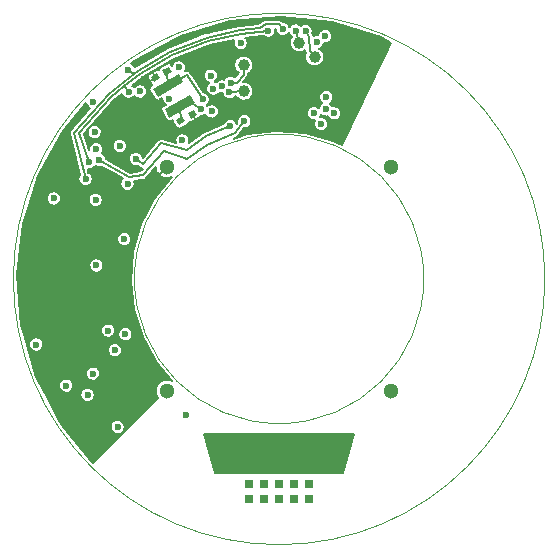
<source format=gbl>
G04 #@! TF.FileFunction,Copper,L4,Bot,Signal*
%FSLAX46Y46*%
G04 Gerber Fmt 4.6, Leading zero omitted, Abs format (unit mm)*
G04 Created by KiCad (PCBNEW (2015-09-17 BZR 6202)-product) date 2015 September 30, Wednesday 13:53:37*
%MOMM*%
G01*
G04 APERTURE LIST*
%ADD10C,0.100000*%
%ADD11C,0.010000*%
%ADD12C,1.000000*%
%ADD13C,1.300000*%
%ADD14R,0.800000X0.800000*%
%ADD15C,0.600000*%
%ADD16C,0.150000*%
%ADD17C,0.200000*%
G04 APERTURE END LIST*
D10*
D11*
X45000000Y-22500000D02*
G75*
G03X45000000Y-22500000I-22500000J0D01*
G01*
X34750000Y-22500000D02*
G75*
G03X34750000Y-22500000I-12250000J0D01*
G01*
D10*
G36*
X13982532Y-5162565D02*
X14382532Y-5855385D01*
X12217468Y-7105385D01*
X11817468Y-6412565D01*
X13982532Y-5162565D01*
X13982532Y-5162565D01*
G37*
G36*
X14982532Y-6894615D02*
X15382532Y-7587435D01*
X13217468Y-8837435D01*
X12817468Y-8144615D01*
X14982532Y-6894615D01*
X14982532Y-6894615D01*
G37*
G36*
X11918878Y-5831506D02*
X11668878Y-5398494D01*
X12188494Y-5098494D01*
X12438494Y-5531506D01*
X11918878Y-5831506D01*
X11918878Y-5831506D01*
G37*
G36*
X12871506Y-5281506D02*
X12621506Y-4848494D01*
X13141122Y-4548494D01*
X13391122Y-4981506D01*
X12871506Y-5281506D01*
X12871506Y-5281506D01*
G37*
G36*
X14048878Y-9471506D02*
X13798878Y-9038494D01*
X14318494Y-8738494D01*
X14568494Y-9171506D01*
X14048878Y-9471506D01*
X14048878Y-9471506D01*
G37*
G36*
X15001506Y-8921506D02*
X14751506Y-8488494D01*
X15271122Y-8188494D01*
X15521122Y-8621506D01*
X15001506Y-8921506D01*
X15001506Y-8921506D01*
G37*
D12*
X19500000Y-4400000D03*
X19500000Y-6600000D03*
X24200000Y-2500000D03*
X25500000Y-3700000D03*
D13*
X32000000Y-13000000D03*
X13000000Y-32000000D03*
X32000000Y-32000000D03*
X13000000Y-13000000D03*
D14*
X19960000Y-41135000D03*
X19960000Y-39865000D03*
X21230000Y-41135000D03*
X21230000Y-39865000D03*
X22500000Y-41135000D03*
X22500000Y-39865000D03*
X23770000Y-41135000D03*
X23770000Y-39865000D03*
X25040000Y-41135000D03*
X25040000Y-39865000D03*
D15*
X6740000Y-30520000D03*
X4470000Y-31540000D03*
X6280000Y-32320000D03*
X9670000Y-14450000D03*
X16800000Y-8320000D03*
X14310000Y-10770000D03*
X9010000Y-11240000D03*
X3430000Y-15690000D03*
X1940000Y-28060000D03*
X8830000Y-35040000D03*
X27160000Y-8480000D03*
X14020000Y-4600000D03*
X19240141Y-2525795D03*
X26400000Y-1940000D03*
X5950000Y-28770000D03*
X4300000Y-28100000D03*
X3720000Y-29820000D03*
X9730000Y-13080000D03*
X13210000Y-9390000D03*
X16630000Y-9530000D03*
X27500000Y-1880000D03*
X24380000Y-820000D03*
X11020000Y-5600000D03*
X8480000Y-8520000D03*
X11620000Y-10660000D03*
X6010000Y-18370000D03*
X1220000Y-18480000D03*
X7940000Y-35910000D03*
X16520000Y-1490000D03*
X29240000Y-5440000D03*
X28490000Y-8570000D03*
X23500000Y-6500000D03*
X21500000Y-6500000D03*
X23500000Y-4500000D03*
X21500000Y-4500000D03*
X22500000Y-5500000D03*
X16020000Y-7300000D03*
X15860000Y-8090000D03*
X26490000Y-7120000D03*
X26460000Y-8150000D03*
X9480000Y-27180000D03*
X26050000Y-9390000D03*
X14600000Y-34000000D03*
X8020000Y-26880000D03*
X25440000Y-8460000D03*
X9380000Y-19130000D03*
X18400000Y-5900000D03*
X18300000Y-6700000D03*
X10370000Y-12340000D03*
X18360000Y-9580000D03*
X7030000Y-21360000D03*
X19560000Y-9150000D03*
X7290000Y-12440000D03*
X6750000Y-7510000D03*
X17700000Y-6200000D03*
X6970000Y-15810000D03*
X16930000Y-6380000D03*
X13220000Y-7240000D03*
X16720000Y-5290000D03*
X6890000Y-10080000D03*
X10720000Y-6630000D03*
X25730000Y-2420000D03*
X7000000Y-11520000D03*
X9740000Y-4830000D03*
X22800000Y-1330000D03*
X6110000Y-14040000D03*
X9760000Y-6640000D03*
X21590000Y-1480000D03*
X6370000Y-12630000D03*
X23910000Y-1470000D03*
X24740000Y-1520000D03*
X8600000Y-28540000D03*
D16*
X19240141Y-2525795D02*
X19240000Y-2520000D01*
X13006314Y-4915000D02*
X13100000Y-6133975D01*
X14680000Y-5230000D02*
X13100000Y-6133975D01*
X16020000Y-7300000D02*
X14680000Y-5230000D01*
X14183686Y-9105000D02*
X14100000Y-7866025D01*
X15220000Y-7700000D02*
X14100000Y-7866025D01*
X15860000Y-8090000D02*
X15220000Y-7700000D01*
X19500000Y-4400000D02*
X19500000Y-5200000D01*
X18400000Y-5900000D02*
X18900000Y-5900000D01*
X18900000Y-5900000D02*
X19500000Y-5200000D01*
X19500000Y-6600000D02*
X18300000Y-6700000D01*
X16340000Y-10400000D02*
X14660000Y-11580000D01*
X14660000Y-11580000D02*
X12470000Y-11030000D01*
X12470000Y-11030000D02*
X10990000Y-12810000D01*
X10990000Y-12810000D02*
X10370000Y-12340000D01*
X18360000Y-9580000D02*
X16340000Y-10400000D01*
X7290000Y-12440000D02*
X9830000Y-13880000D01*
X18730000Y-10170000D02*
X19560000Y-9150000D01*
X16420000Y-11160000D02*
X18730000Y-10170000D01*
X14680000Y-12310000D02*
X16420000Y-11160000D01*
X12730000Y-11680000D02*
X14680000Y-12310000D01*
X10950000Y-13740000D02*
X12730000Y-11680000D01*
X9830000Y-13880000D02*
X10950000Y-13740000D01*
X10192799Y-5156212D02*
X10192799Y-5156211D01*
X9740000Y-4830000D02*
X10192799Y-5156212D01*
X20870000Y-1260000D02*
X19220000Y-1440000D01*
X22500000Y-940000D02*
X21390000Y-940000D01*
X21390000Y-940000D02*
X20870000Y-1260000D01*
X22800000Y-1330000D02*
X22500000Y-940000D01*
X5140000Y-10110000D02*
X6110000Y-14040000D01*
X8060000Y-6840000D02*
X5140000Y-10110000D01*
X10530000Y-4890000D02*
X10192799Y-5156211D01*
X10192799Y-5156211D02*
X8060000Y-6840000D01*
X13250000Y-3300000D02*
X10530000Y-4890000D01*
X16390000Y-2070000D02*
X13250000Y-3300000D01*
X19220000Y-1440000D02*
X16390000Y-2070000D01*
X9369033Y-6206082D02*
X9760000Y-6640000D01*
X21590000Y-1480000D02*
X19270000Y-1760000D01*
X5520000Y-10160000D02*
X6370000Y-12630000D01*
X8260000Y-7080000D02*
X5520000Y-10160000D01*
X10760000Y-5110000D02*
X9369033Y-6206082D01*
X9369033Y-6206082D02*
X8260000Y-7080000D01*
X13410000Y-3570000D02*
X10760000Y-5110000D01*
X16520000Y-2360000D02*
X13410000Y-3570000D01*
X19270000Y-1760000D02*
X16520000Y-2360000D01*
X23910000Y-1470000D02*
X24200000Y-2500000D01*
X25080000Y-3190000D02*
X25500000Y-3700000D01*
X25060000Y-2000000D02*
X25080000Y-3190000D01*
X24740000Y-1520000D02*
X25060000Y-2000000D01*
D17*
G36*
X27924570Y-38900000D02*
X17075430Y-38900000D01*
X16132573Y-35600000D01*
X28867427Y-35600000D01*
X27924570Y-38900000D01*
X27924570Y-38900000D01*
G37*
X27924570Y-38900000D02*
X17075430Y-38900000D01*
X16132573Y-35600000D01*
X28867427Y-35600000D01*
X27924570Y-38900000D01*
G36*
X6170452Y-7676183D02*
X6213768Y-7785586D01*
X6277509Y-7884492D01*
X6359247Y-7969134D01*
X6455868Y-8036287D01*
X6479706Y-8046702D01*
X4860289Y-9860227D01*
X4840964Y-9886666D01*
X4821067Y-9912751D01*
X4819370Y-9916210D01*
X4817101Y-9919314D01*
X4803277Y-9949009D01*
X4788829Y-9978455D01*
X4787837Y-9982175D01*
X4786213Y-9985663D01*
X4778419Y-10017480D01*
X4769966Y-10049170D01*
X4769715Y-10053013D01*
X4768800Y-10056749D01*
X4767333Y-10089504D01*
X4765199Y-10122201D01*
X4765698Y-10126013D01*
X4765526Y-10129863D01*
X4770451Y-10162288D01*
X4774707Y-10194768D01*
X4775926Y-10199861D01*
X5633408Y-13673990D01*
X5581672Y-13749549D01*
X5535318Y-13857700D01*
X5510854Y-13972795D01*
X5509211Y-14090450D01*
X5530452Y-14206183D01*
X5573768Y-14315586D01*
X5637509Y-14414492D01*
X5719247Y-14499134D01*
X5815868Y-14566287D01*
X5923693Y-14613395D01*
X6038614Y-14638662D01*
X6156254Y-14641126D01*
X6272133Y-14620694D01*
X6381835Y-14578143D01*
X6481184Y-14515094D01*
X6566395Y-14433949D01*
X6634221Y-14337799D01*
X6682080Y-14230306D01*
X6708149Y-14115564D01*
X6710026Y-13981167D01*
X6687171Y-13865742D01*
X6642332Y-13756954D01*
X6577216Y-13658948D01*
X6494305Y-13575455D01*
X6396755Y-13509657D01*
X6361719Y-13494929D01*
X6295849Y-13228054D01*
X6298614Y-13228662D01*
X6416254Y-13231126D01*
X6532133Y-13210694D01*
X6641835Y-13168143D01*
X6741184Y-13105094D01*
X6826395Y-13023949D01*
X6894221Y-12927799D01*
X6905155Y-12903240D01*
X6995868Y-12966287D01*
X7103693Y-13013395D01*
X7218614Y-13038662D01*
X7336254Y-13041126D01*
X7452133Y-13020694D01*
X7512568Y-12997253D01*
X9275369Y-13996636D01*
X9208150Y-14062461D01*
X9141672Y-14159549D01*
X9095318Y-14267700D01*
X9070854Y-14382795D01*
X9069211Y-14500450D01*
X9090452Y-14616183D01*
X9133768Y-14725586D01*
X9197509Y-14824492D01*
X9279247Y-14909134D01*
X9375868Y-14976287D01*
X9483693Y-15023395D01*
X9598614Y-15048662D01*
X9716254Y-15051126D01*
X9832133Y-15030694D01*
X9941835Y-14988143D01*
X10041184Y-14925094D01*
X10126395Y-14843949D01*
X10194221Y-14747799D01*
X10242080Y-14640306D01*
X10268149Y-14525564D01*
X10270026Y-14391167D01*
X10247171Y-14275742D01*
X10219745Y-14209200D01*
X10996513Y-14112104D01*
X11020901Y-14106597D01*
X11045605Y-14102609D01*
X11056538Y-14098549D01*
X11067903Y-14095983D01*
X11090757Y-14085844D01*
X11114216Y-14077133D01*
X11124150Y-14071028D01*
X11134801Y-14066303D01*
X11155254Y-14051915D01*
X11176570Y-14038816D01*
X11185128Y-14030899D01*
X11194661Y-14024193D01*
X11211937Y-14006099D01*
X11230295Y-13989117D01*
X11233747Y-13985179D01*
X12050601Y-13039831D01*
X12057951Y-13154267D01*
X12106148Y-13335088D01*
X12188695Y-13503032D01*
X12224787Y-13557045D01*
X12374505Y-13618424D01*
X12992929Y-13000000D01*
X12978787Y-12985858D01*
X12985858Y-12978787D01*
X13000000Y-12992929D01*
X13014143Y-12978787D01*
X13021214Y-12985858D01*
X13007071Y-13000000D01*
X13021214Y-13014143D01*
X13014143Y-13021214D01*
X13000000Y-13007071D01*
X12381576Y-13625495D01*
X12442955Y-13775213D01*
X12604894Y-13868992D01*
X12782018Y-13929375D01*
X12967518Y-13954044D01*
X13154267Y-13942049D01*
X13335088Y-13893852D01*
X13404260Y-13859853D01*
X11946686Y-15698853D01*
X10826656Y-17878196D01*
X10151260Y-20233582D01*
X9946224Y-22675295D01*
X10219357Y-25110331D01*
X10960256Y-27445941D01*
X12140700Y-29593161D01*
X13457829Y-31162853D01*
X13454029Y-31160290D01*
X13282282Y-31088094D01*
X13099783Y-31050632D01*
X12913482Y-31049332D01*
X12730478Y-31084242D01*
X12557739Y-31154033D01*
X12401846Y-31256046D01*
X12268736Y-31386397D01*
X12163480Y-31540119D01*
X12090087Y-31711359D01*
X12051352Y-31893592D01*
X12048751Y-32079879D01*
X12082382Y-32263123D01*
X12150966Y-32436344D01*
X12251889Y-32592946D01*
X12258641Y-32599937D01*
X6753792Y-38104786D01*
X6534253Y-37917943D01*
X4293210Y-35090450D01*
X8229211Y-35090450D01*
X8250452Y-35206183D01*
X8293768Y-35315586D01*
X8357509Y-35414492D01*
X8439247Y-35499134D01*
X8535868Y-35566287D01*
X8643693Y-35613395D01*
X8758614Y-35638662D01*
X8876254Y-35641126D01*
X8992133Y-35620694D01*
X9101835Y-35578143D01*
X9201184Y-35515094D01*
X9286395Y-35433949D01*
X9354221Y-35337799D01*
X9402080Y-35230306D01*
X9428149Y-35115564D01*
X9430026Y-34981167D01*
X9407171Y-34865742D01*
X9362332Y-34756954D01*
X9297216Y-34658948D01*
X9214305Y-34575455D01*
X9116755Y-34509657D01*
X9008283Y-34464060D01*
X8893021Y-34440400D01*
X8775357Y-34439578D01*
X8659775Y-34461627D01*
X8550677Y-34505705D01*
X8452219Y-34570135D01*
X8368150Y-34652461D01*
X8301672Y-34749549D01*
X8255318Y-34857700D01*
X8230854Y-34972795D01*
X8229211Y-35090450D01*
X4293210Y-35090450D01*
X3843624Y-34523214D01*
X2737255Y-32370450D01*
X5679211Y-32370450D01*
X5700452Y-32486183D01*
X5743768Y-32595586D01*
X5807509Y-32694492D01*
X5889247Y-32779134D01*
X5985868Y-32846287D01*
X6093693Y-32893395D01*
X6208614Y-32918662D01*
X6326254Y-32921126D01*
X6442133Y-32900694D01*
X6551835Y-32858143D01*
X6651184Y-32795094D01*
X6736395Y-32713949D01*
X6804221Y-32617799D01*
X6852080Y-32510306D01*
X6878149Y-32395564D01*
X6880026Y-32261167D01*
X6857171Y-32145742D01*
X6812332Y-32036954D01*
X6747216Y-31938948D01*
X6664305Y-31855455D01*
X6566755Y-31789657D01*
X6458283Y-31744060D01*
X6343021Y-31720400D01*
X6225357Y-31719578D01*
X6109775Y-31741627D01*
X6000677Y-31785705D01*
X5902219Y-31850135D01*
X5818150Y-31932461D01*
X5751672Y-32029549D01*
X5705318Y-32137700D01*
X5680854Y-32252795D01*
X5679211Y-32370450D01*
X2737255Y-32370450D01*
X2336389Y-31590450D01*
X3869211Y-31590450D01*
X3890452Y-31706183D01*
X3933768Y-31815586D01*
X3997509Y-31914492D01*
X4079247Y-31999134D01*
X4175868Y-32066287D01*
X4283693Y-32113395D01*
X4398614Y-32138662D01*
X4516254Y-32141126D01*
X4632133Y-32120694D01*
X4741835Y-32078143D01*
X4841184Y-32015094D01*
X4926395Y-31933949D01*
X4994221Y-31837799D01*
X5042080Y-31730306D01*
X5068149Y-31615564D01*
X5070026Y-31481167D01*
X5047171Y-31365742D01*
X5002332Y-31256954D01*
X4937216Y-31158948D01*
X4854305Y-31075455D01*
X4756755Y-31009657D01*
X4648283Y-30964060D01*
X4533021Y-30940400D01*
X4415357Y-30939578D01*
X4299775Y-30961627D01*
X4190677Y-31005705D01*
X4092219Y-31070135D01*
X4008150Y-31152461D01*
X3941672Y-31249549D01*
X3895318Y-31357700D01*
X3870854Y-31472795D01*
X3869211Y-31590450D01*
X2336389Y-31590450D01*
X1863611Y-30670524D01*
X1834916Y-30570450D01*
X6139211Y-30570450D01*
X6160452Y-30686183D01*
X6203768Y-30795586D01*
X6267509Y-30894492D01*
X6349247Y-30979134D01*
X6445868Y-31046287D01*
X6553693Y-31093395D01*
X6668614Y-31118662D01*
X6786254Y-31121126D01*
X6902133Y-31100694D01*
X7011835Y-31058143D01*
X7111184Y-30995094D01*
X7196395Y-30913949D01*
X7264221Y-30817799D01*
X7312080Y-30710306D01*
X7338149Y-30595564D01*
X7340026Y-30461167D01*
X7317171Y-30345742D01*
X7272332Y-30236954D01*
X7207216Y-30138948D01*
X7124305Y-30055455D01*
X7026755Y-29989657D01*
X6918283Y-29944060D01*
X6803021Y-29920400D01*
X6685357Y-29919578D01*
X6569775Y-29941627D01*
X6460677Y-29985705D01*
X6362219Y-30050135D01*
X6278150Y-30132461D01*
X6211672Y-30229549D01*
X6165318Y-30337700D01*
X6140854Y-30452795D01*
X6139211Y-30570450D01*
X1834916Y-30570450D01*
X1129522Y-28110450D01*
X1339211Y-28110450D01*
X1360452Y-28226183D01*
X1403768Y-28335586D01*
X1467509Y-28434492D01*
X1549247Y-28519134D01*
X1645868Y-28586287D01*
X1753693Y-28633395D01*
X1868614Y-28658662D01*
X1986254Y-28661126D01*
X2102133Y-28640694D01*
X2211835Y-28598143D01*
X2223957Y-28590450D01*
X7999211Y-28590450D01*
X8020452Y-28706183D01*
X8063768Y-28815586D01*
X8127509Y-28914492D01*
X8209247Y-28999134D01*
X8305868Y-29066287D01*
X8413693Y-29113395D01*
X8528614Y-29138662D01*
X8646254Y-29141126D01*
X8762133Y-29120694D01*
X8871835Y-29078143D01*
X8971184Y-29015094D01*
X9056395Y-28933949D01*
X9124221Y-28837799D01*
X9172080Y-28730306D01*
X9198149Y-28615564D01*
X9200026Y-28481167D01*
X9177171Y-28365742D01*
X9132332Y-28256954D01*
X9067216Y-28158948D01*
X8984305Y-28075455D01*
X8886755Y-28009657D01*
X8778283Y-27964060D01*
X8663021Y-27940400D01*
X8545357Y-27939578D01*
X8429775Y-27961627D01*
X8320677Y-28005705D01*
X8222219Y-28070135D01*
X8138150Y-28152461D01*
X8071672Y-28249549D01*
X8025318Y-28357700D01*
X8000854Y-28472795D01*
X7999211Y-28590450D01*
X2223957Y-28590450D01*
X2311184Y-28535094D01*
X2396395Y-28453949D01*
X2464221Y-28357799D01*
X2512080Y-28250306D01*
X2538149Y-28135564D01*
X2540026Y-28001167D01*
X2517171Y-27885742D01*
X2472332Y-27776954D01*
X2407216Y-27678948D01*
X2324305Y-27595455D01*
X2226755Y-27529657D01*
X2118283Y-27484060D01*
X2003021Y-27460400D01*
X1885357Y-27459578D01*
X1769775Y-27481627D01*
X1660677Y-27525705D01*
X1562219Y-27590135D01*
X1478150Y-27672461D01*
X1411672Y-27769549D01*
X1365318Y-27877700D01*
X1340854Y-27992795D01*
X1339211Y-28110450D01*
X1129522Y-28110450D01*
X791162Y-26930450D01*
X7419211Y-26930450D01*
X7440452Y-27046183D01*
X7483768Y-27155586D01*
X7547509Y-27254492D01*
X7629247Y-27339134D01*
X7725868Y-27406287D01*
X7833693Y-27453395D01*
X7948614Y-27478662D01*
X8066254Y-27481126D01*
X8182133Y-27460694D01*
X8291835Y-27418143D01*
X8391184Y-27355094D01*
X8476395Y-27273949D01*
X8507080Y-27230450D01*
X8879211Y-27230450D01*
X8900452Y-27346183D01*
X8943768Y-27455586D01*
X9007509Y-27554492D01*
X9089247Y-27639134D01*
X9185868Y-27706287D01*
X9293693Y-27753395D01*
X9408614Y-27778662D01*
X9526254Y-27781126D01*
X9642133Y-27760694D01*
X9751835Y-27718143D01*
X9851184Y-27655094D01*
X9936395Y-27573949D01*
X10004221Y-27477799D01*
X10052080Y-27370306D01*
X10078149Y-27255564D01*
X10080026Y-27121167D01*
X10057171Y-27005742D01*
X10012332Y-26896954D01*
X9947216Y-26798948D01*
X9864305Y-26715455D01*
X9766755Y-26649657D01*
X9658283Y-26604060D01*
X9543021Y-26580400D01*
X9425357Y-26579578D01*
X9309775Y-26601627D01*
X9200677Y-26645705D01*
X9102219Y-26710135D01*
X9018150Y-26792461D01*
X8951672Y-26889549D01*
X8905318Y-26997700D01*
X8880854Y-27112795D01*
X8879211Y-27230450D01*
X8507080Y-27230450D01*
X8544221Y-27177799D01*
X8592080Y-27070306D01*
X8618149Y-26955564D01*
X8620026Y-26821167D01*
X8597171Y-26705742D01*
X8552332Y-26596954D01*
X8487216Y-26498948D01*
X8404305Y-26415455D01*
X8306755Y-26349657D01*
X8198283Y-26304060D01*
X8083021Y-26280400D01*
X7965357Y-26279578D01*
X7849775Y-26301627D01*
X7740677Y-26345705D01*
X7642219Y-26410135D01*
X7558150Y-26492461D01*
X7491672Y-26589549D01*
X7445318Y-26697700D01*
X7420854Y-26812795D01*
X7419211Y-26930450D01*
X791162Y-26930450D01*
X669631Y-26506622D01*
X307163Y-22190109D01*
X394615Y-21410450D01*
X6429211Y-21410450D01*
X6450452Y-21526183D01*
X6493768Y-21635586D01*
X6557509Y-21734492D01*
X6639247Y-21819134D01*
X6735868Y-21886287D01*
X6843693Y-21933395D01*
X6958614Y-21958662D01*
X7076254Y-21961126D01*
X7192133Y-21940694D01*
X7301835Y-21898143D01*
X7401184Y-21835094D01*
X7486395Y-21753949D01*
X7554221Y-21657799D01*
X7602080Y-21550306D01*
X7628149Y-21435564D01*
X7630026Y-21301167D01*
X7607171Y-21185742D01*
X7562332Y-21076954D01*
X7497216Y-20978948D01*
X7414305Y-20895455D01*
X7316755Y-20829657D01*
X7208283Y-20784060D01*
X7093021Y-20760400D01*
X6975357Y-20759578D01*
X6859775Y-20781627D01*
X6750677Y-20825705D01*
X6652219Y-20890135D01*
X6568150Y-20972461D01*
X6501672Y-21069549D01*
X6455318Y-21177700D01*
X6430854Y-21292795D01*
X6429211Y-21410450D01*
X394615Y-21410450D01*
X644750Y-19180450D01*
X8779211Y-19180450D01*
X8800452Y-19296183D01*
X8843768Y-19405586D01*
X8907509Y-19504492D01*
X8989247Y-19589134D01*
X9085868Y-19656287D01*
X9193693Y-19703395D01*
X9308614Y-19728662D01*
X9426254Y-19731126D01*
X9542133Y-19710694D01*
X9651835Y-19668143D01*
X9751184Y-19605094D01*
X9836395Y-19523949D01*
X9904221Y-19427799D01*
X9952080Y-19320306D01*
X9978149Y-19205564D01*
X9980026Y-19071167D01*
X9957171Y-18955742D01*
X9912332Y-18846954D01*
X9847216Y-18748948D01*
X9764305Y-18665455D01*
X9666755Y-18599657D01*
X9558283Y-18554060D01*
X9443021Y-18530400D01*
X9325357Y-18529578D01*
X9209775Y-18551627D01*
X9100677Y-18595705D01*
X9002219Y-18660135D01*
X8918150Y-18742461D01*
X8851672Y-18839549D01*
X8805318Y-18947700D01*
X8780854Y-19062795D01*
X8779211Y-19180450D01*
X644750Y-19180450D01*
X790014Y-17885400D01*
X1470432Y-15740450D01*
X2829211Y-15740450D01*
X2850452Y-15856183D01*
X2893768Y-15965586D01*
X2957509Y-16064492D01*
X3039247Y-16149134D01*
X3135868Y-16216287D01*
X3243693Y-16263395D01*
X3358614Y-16288662D01*
X3476254Y-16291126D01*
X3592133Y-16270694D01*
X3701835Y-16228143D01*
X3801184Y-16165094D01*
X3886395Y-16083949D01*
X3954221Y-15987799D01*
X4002080Y-15880306D01*
X4006591Y-15860450D01*
X6369211Y-15860450D01*
X6390452Y-15976183D01*
X6433768Y-16085586D01*
X6497509Y-16184492D01*
X6579247Y-16269134D01*
X6675868Y-16336287D01*
X6783693Y-16383395D01*
X6898614Y-16408662D01*
X7016254Y-16411126D01*
X7132133Y-16390694D01*
X7241835Y-16348143D01*
X7341184Y-16285094D01*
X7426395Y-16203949D01*
X7494221Y-16107799D01*
X7542080Y-16000306D01*
X7568149Y-15885564D01*
X7570026Y-15751167D01*
X7547171Y-15635742D01*
X7502332Y-15526954D01*
X7437216Y-15428948D01*
X7354305Y-15345455D01*
X7256755Y-15279657D01*
X7148283Y-15234060D01*
X7033021Y-15210400D01*
X6915357Y-15209578D01*
X6799775Y-15231627D01*
X6690677Y-15275705D01*
X6592219Y-15340135D01*
X6508150Y-15422461D01*
X6441672Y-15519549D01*
X6395318Y-15627700D01*
X6370854Y-15742795D01*
X6369211Y-15860450D01*
X4006591Y-15860450D01*
X4028149Y-15765564D01*
X4030026Y-15631167D01*
X4007171Y-15515742D01*
X3962332Y-15406954D01*
X3897216Y-15308948D01*
X3814305Y-15225455D01*
X3716755Y-15159657D01*
X3608283Y-15114060D01*
X3493021Y-15090400D01*
X3375357Y-15089578D01*
X3259775Y-15111627D01*
X3150677Y-15155705D01*
X3052219Y-15220135D01*
X2968150Y-15302461D01*
X2901672Y-15399549D01*
X2855318Y-15507700D01*
X2830854Y-15622795D01*
X2829211Y-15740450D01*
X1470432Y-15740450D01*
X2099791Y-13756459D01*
X4186606Y-9960557D01*
X6158422Y-7610638D01*
X6170452Y-7676183D01*
X6170452Y-7676183D01*
G37*
X6170452Y-7676183D02*
X6213768Y-7785586D01*
X6277509Y-7884492D01*
X6359247Y-7969134D01*
X6455868Y-8036287D01*
X6479706Y-8046702D01*
X4860289Y-9860227D01*
X4840964Y-9886666D01*
X4821067Y-9912751D01*
X4819370Y-9916210D01*
X4817101Y-9919314D01*
X4803277Y-9949009D01*
X4788829Y-9978455D01*
X4787837Y-9982175D01*
X4786213Y-9985663D01*
X4778419Y-10017480D01*
X4769966Y-10049170D01*
X4769715Y-10053013D01*
X4768800Y-10056749D01*
X4767333Y-10089504D01*
X4765199Y-10122201D01*
X4765698Y-10126013D01*
X4765526Y-10129863D01*
X4770451Y-10162288D01*
X4774707Y-10194768D01*
X4775926Y-10199861D01*
X5633408Y-13673990D01*
X5581672Y-13749549D01*
X5535318Y-13857700D01*
X5510854Y-13972795D01*
X5509211Y-14090450D01*
X5530452Y-14206183D01*
X5573768Y-14315586D01*
X5637509Y-14414492D01*
X5719247Y-14499134D01*
X5815868Y-14566287D01*
X5923693Y-14613395D01*
X6038614Y-14638662D01*
X6156254Y-14641126D01*
X6272133Y-14620694D01*
X6381835Y-14578143D01*
X6481184Y-14515094D01*
X6566395Y-14433949D01*
X6634221Y-14337799D01*
X6682080Y-14230306D01*
X6708149Y-14115564D01*
X6710026Y-13981167D01*
X6687171Y-13865742D01*
X6642332Y-13756954D01*
X6577216Y-13658948D01*
X6494305Y-13575455D01*
X6396755Y-13509657D01*
X6361719Y-13494929D01*
X6295849Y-13228054D01*
X6298614Y-13228662D01*
X6416254Y-13231126D01*
X6532133Y-13210694D01*
X6641835Y-13168143D01*
X6741184Y-13105094D01*
X6826395Y-13023949D01*
X6894221Y-12927799D01*
X6905155Y-12903240D01*
X6995868Y-12966287D01*
X7103693Y-13013395D01*
X7218614Y-13038662D01*
X7336254Y-13041126D01*
X7452133Y-13020694D01*
X7512568Y-12997253D01*
X9275369Y-13996636D01*
X9208150Y-14062461D01*
X9141672Y-14159549D01*
X9095318Y-14267700D01*
X9070854Y-14382795D01*
X9069211Y-14500450D01*
X9090452Y-14616183D01*
X9133768Y-14725586D01*
X9197509Y-14824492D01*
X9279247Y-14909134D01*
X9375868Y-14976287D01*
X9483693Y-15023395D01*
X9598614Y-15048662D01*
X9716254Y-15051126D01*
X9832133Y-15030694D01*
X9941835Y-14988143D01*
X10041184Y-14925094D01*
X10126395Y-14843949D01*
X10194221Y-14747799D01*
X10242080Y-14640306D01*
X10268149Y-14525564D01*
X10270026Y-14391167D01*
X10247171Y-14275742D01*
X10219745Y-14209200D01*
X10996513Y-14112104D01*
X11020901Y-14106597D01*
X11045605Y-14102609D01*
X11056538Y-14098549D01*
X11067903Y-14095983D01*
X11090757Y-14085844D01*
X11114216Y-14077133D01*
X11124150Y-14071028D01*
X11134801Y-14066303D01*
X11155254Y-14051915D01*
X11176570Y-14038816D01*
X11185128Y-14030899D01*
X11194661Y-14024193D01*
X11211937Y-14006099D01*
X11230295Y-13989117D01*
X11233747Y-13985179D01*
X12050601Y-13039831D01*
X12057951Y-13154267D01*
X12106148Y-13335088D01*
X12188695Y-13503032D01*
X12224787Y-13557045D01*
X12374505Y-13618424D01*
X12992929Y-13000000D01*
X12978787Y-12985858D01*
X12985858Y-12978787D01*
X13000000Y-12992929D01*
X13014143Y-12978787D01*
X13021214Y-12985858D01*
X13007071Y-13000000D01*
X13021214Y-13014143D01*
X13014143Y-13021214D01*
X13000000Y-13007071D01*
X12381576Y-13625495D01*
X12442955Y-13775213D01*
X12604894Y-13868992D01*
X12782018Y-13929375D01*
X12967518Y-13954044D01*
X13154267Y-13942049D01*
X13335088Y-13893852D01*
X13404260Y-13859853D01*
X11946686Y-15698853D01*
X10826656Y-17878196D01*
X10151260Y-20233582D01*
X9946224Y-22675295D01*
X10219357Y-25110331D01*
X10960256Y-27445941D01*
X12140700Y-29593161D01*
X13457829Y-31162853D01*
X13454029Y-31160290D01*
X13282282Y-31088094D01*
X13099783Y-31050632D01*
X12913482Y-31049332D01*
X12730478Y-31084242D01*
X12557739Y-31154033D01*
X12401846Y-31256046D01*
X12268736Y-31386397D01*
X12163480Y-31540119D01*
X12090087Y-31711359D01*
X12051352Y-31893592D01*
X12048751Y-32079879D01*
X12082382Y-32263123D01*
X12150966Y-32436344D01*
X12251889Y-32592946D01*
X12258641Y-32599937D01*
X6753792Y-38104786D01*
X6534253Y-37917943D01*
X4293210Y-35090450D01*
X8229211Y-35090450D01*
X8250452Y-35206183D01*
X8293768Y-35315586D01*
X8357509Y-35414492D01*
X8439247Y-35499134D01*
X8535868Y-35566287D01*
X8643693Y-35613395D01*
X8758614Y-35638662D01*
X8876254Y-35641126D01*
X8992133Y-35620694D01*
X9101835Y-35578143D01*
X9201184Y-35515094D01*
X9286395Y-35433949D01*
X9354221Y-35337799D01*
X9402080Y-35230306D01*
X9428149Y-35115564D01*
X9430026Y-34981167D01*
X9407171Y-34865742D01*
X9362332Y-34756954D01*
X9297216Y-34658948D01*
X9214305Y-34575455D01*
X9116755Y-34509657D01*
X9008283Y-34464060D01*
X8893021Y-34440400D01*
X8775357Y-34439578D01*
X8659775Y-34461627D01*
X8550677Y-34505705D01*
X8452219Y-34570135D01*
X8368150Y-34652461D01*
X8301672Y-34749549D01*
X8255318Y-34857700D01*
X8230854Y-34972795D01*
X8229211Y-35090450D01*
X4293210Y-35090450D01*
X3843624Y-34523214D01*
X2737255Y-32370450D01*
X5679211Y-32370450D01*
X5700452Y-32486183D01*
X5743768Y-32595586D01*
X5807509Y-32694492D01*
X5889247Y-32779134D01*
X5985868Y-32846287D01*
X6093693Y-32893395D01*
X6208614Y-32918662D01*
X6326254Y-32921126D01*
X6442133Y-32900694D01*
X6551835Y-32858143D01*
X6651184Y-32795094D01*
X6736395Y-32713949D01*
X6804221Y-32617799D01*
X6852080Y-32510306D01*
X6878149Y-32395564D01*
X6880026Y-32261167D01*
X6857171Y-32145742D01*
X6812332Y-32036954D01*
X6747216Y-31938948D01*
X6664305Y-31855455D01*
X6566755Y-31789657D01*
X6458283Y-31744060D01*
X6343021Y-31720400D01*
X6225357Y-31719578D01*
X6109775Y-31741627D01*
X6000677Y-31785705D01*
X5902219Y-31850135D01*
X5818150Y-31932461D01*
X5751672Y-32029549D01*
X5705318Y-32137700D01*
X5680854Y-32252795D01*
X5679211Y-32370450D01*
X2737255Y-32370450D01*
X2336389Y-31590450D01*
X3869211Y-31590450D01*
X3890452Y-31706183D01*
X3933768Y-31815586D01*
X3997509Y-31914492D01*
X4079247Y-31999134D01*
X4175868Y-32066287D01*
X4283693Y-32113395D01*
X4398614Y-32138662D01*
X4516254Y-32141126D01*
X4632133Y-32120694D01*
X4741835Y-32078143D01*
X4841184Y-32015094D01*
X4926395Y-31933949D01*
X4994221Y-31837799D01*
X5042080Y-31730306D01*
X5068149Y-31615564D01*
X5070026Y-31481167D01*
X5047171Y-31365742D01*
X5002332Y-31256954D01*
X4937216Y-31158948D01*
X4854305Y-31075455D01*
X4756755Y-31009657D01*
X4648283Y-30964060D01*
X4533021Y-30940400D01*
X4415357Y-30939578D01*
X4299775Y-30961627D01*
X4190677Y-31005705D01*
X4092219Y-31070135D01*
X4008150Y-31152461D01*
X3941672Y-31249549D01*
X3895318Y-31357700D01*
X3870854Y-31472795D01*
X3869211Y-31590450D01*
X2336389Y-31590450D01*
X1863611Y-30670524D01*
X1834916Y-30570450D01*
X6139211Y-30570450D01*
X6160452Y-30686183D01*
X6203768Y-30795586D01*
X6267509Y-30894492D01*
X6349247Y-30979134D01*
X6445868Y-31046287D01*
X6553693Y-31093395D01*
X6668614Y-31118662D01*
X6786254Y-31121126D01*
X6902133Y-31100694D01*
X7011835Y-31058143D01*
X7111184Y-30995094D01*
X7196395Y-30913949D01*
X7264221Y-30817799D01*
X7312080Y-30710306D01*
X7338149Y-30595564D01*
X7340026Y-30461167D01*
X7317171Y-30345742D01*
X7272332Y-30236954D01*
X7207216Y-30138948D01*
X7124305Y-30055455D01*
X7026755Y-29989657D01*
X6918283Y-29944060D01*
X6803021Y-29920400D01*
X6685357Y-29919578D01*
X6569775Y-29941627D01*
X6460677Y-29985705D01*
X6362219Y-30050135D01*
X6278150Y-30132461D01*
X6211672Y-30229549D01*
X6165318Y-30337700D01*
X6140854Y-30452795D01*
X6139211Y-30570450D01*
X1834916Y-30570450D01*
X1129522Y-28110450D01*
X1339211Y-28110450D01*
X1360452Y-28226183D01*
X1403768Y-28335586D01*
X1467509Y-28434492D01*
X1549247Y-28519134D01*
X1645868Y-28586287D01*
X1753693Y-28633395D01*
X1868614Y-28658662D01*
X1986254Y-28661126D01*
X2102133Y-28640694D01*
X2211835Y-28598143D01*
X2223957Y-28590450D01*
X7999211Y-28590450D01*
X8020452Y-28706183D01*
X8063768Y-28815586D01*
X8127509Y-28914492D01*
X8209247Y-28999134D01*
X8305868Y-29066287D01*
X8413693Y-29113395D01*
X8528614Y-29138662D01*
X8646254Y-29141126D01*
X8762133Y-29120694D01*
X8871835Y-29078143D01*
X8971184Y-29015094D01*
X9056395Y-28933949D01*
X9124221Y-28837799D01*
X9172080Y-28730306D01*
X9198149Y-28615564D01*
X9200026Y-28481167D01*
X9177171Y-28365742D01*
X9132332Y-28256954D01*
X9067216Y-28158948D01*
X8984305Y-28075455D01*
X8886755Y-28009657D01*
X8778283Y-27964060D01*
X8663021Y-27940400D01*
X8545357Y-27939578D01*
X8429775Y-27961627D01*
X8320677Y-28005705D01*
X8222219Y-28070135D01*
X8138150Y-28152461D01*
X8071672Y-28249549D01*
X8025318Y-28357700D01*
X8000854Y-28472795D01*
X7999211Y-28590450D01*
X2223957Y-28590450D01*
X2311184Y-28535094D01*
X2396395Y-28453949D01*
X2464221Y-28357799D01*
X2512080Y-28250306D01*
X2538149Y-28135564D01*
X2540026Y-28001167D01*
X2517171Y-27885742D01*
X2472332Y-27776954D01*
X2407216Y-27678948D01*
X2324305Y-27595455D01*
X2226755Y-27529657D01*
X2118283Y-27484060D01*
X2003021Y-27460400D01*
X1885357Y-27459578D01*
X1769775Y-27481627D01*
X1660677Y-27525705D01*
X1562219Y-27590135D01*
X1478150Y-27672461D01*
X1411672Y-27769549D01*
X1365318Y-27877700D01*
X1340854Y-27992795D01*
X1339211Y-28110450D01*
X1129522Y-28110450D01*
X791162Y-26930450D01*
X7419211Y-26930450D01*
X7440452Y-27046183D01*
X7483768Y-27155586D01*
X7547509Y-27254492D01*
X7629247Y-27339134D01*
X7725868Y-27406287D01*
X7833693Y-27453395D01*
X7948614Y-27478662D01*
X8066254Y-27481126D01*
X8182133Y-27460694D01*
X8291835Y-27418143D01*
X8391184Y-27355094D01*
X8476395Y-27273949D01*
X8507080Y-27230450D01*
X8879211Y-27230450D01*
X8900452Y-27346183D01*
X8943768Y-27455586D01*
X9007509Y-27554492D01*
X9089247Y-27639134D01*
X9185868Y-27706287D01*
X9293693Y-27753395D01*
X9408614Y-27778662D01*
X9526254Y-27781126D01*
X9642133Y-27760694D01*
X9751835Y-27718143D01*
X9851184Y-27655094D01*
X9936395Y-27573949D01*
X10004221Y-27477799D01*
X10052080Y-27370306D01*
X10078149Y-27255564D01*
X10080026Y-27121167D01*
X10057171Y-27005742D01*
X10012332Y-26896954D01*
X9947216Y-26798948D01*
X9864305Y-26715455D01*
X9766755Y-26649657D01*
X9658283Y-26604060D01*
X9543021Y-26580400D01*
X9425357Y-26579578D01*
X9309775Y-26601627D01*
X9200677Y-26645705D01*
X9102219Y-26710135D01*
X9018150Y-26792461D01*
X8951672Y-26889549D01*
X8905318Y-26997700D01*
X8880854Y-27112795D01*
X8879211Y-27230450D01*
X8507080Y-27230450D01*
X8544221Y-27177799D01*
X8592080Y-27070306D01*
X8618149Y-26955564D01*
X8620026Y-26821167D01*
X8597171Y-26705742D01*
X8552332Y-26596954D01*
X8487216Y-26498948D01*
X8404305Y-26415455D01*
X8306755Y-26349657D01*
X8198283Y-26304060D01*
X8083021Y-26280400D01*
X7965357Y-26279578D01*
X7849775Y-26301627D01*
X7740677Y-26345705D01*
X7642219Y-26410135D01*
X7558150Y-26492461D01*
X7491672Y-26589549D01*
X7445318Y-26697700D01*
X7420854Y-26812795D01*
X7419211Y-26930450D01*
X791162Y-26930450D01*
X669631Y-26506622D01*
X307163Y-22190109D01*
X394615Y-21410450D01*
X6429211Y-21410450D01*
X6450452Y-21526183D01*
X6493768Y-21635586D01*
X6557509Y-21734492D01*
X6639247Y-21819134D01*
X6735868Y-21886287D01*
X6843693Y-21933395D01*
X6958614Y-21958662D01*
X7076254Y-21961126D01*
X7192133Y-21940694D01*
X7301835Y-21898143D01*
X7401184Y-21835094D01*
X7486395Y-21753949D01*
X7554221Y-21657799D01*
X7602080Y-21550306D01*
X7628149Y-21435564D01*
X7630026Y-21301167D01*
X7607171Y-21185742D01*
X7562332Y-21076954D01*
X7497216Y-20978948D01*
X7414305Y-20895455D01*
X7316755Y-20829657D01*
X7208283Y-20784060D01*
X7093021Y-20760400D01*
X6975357Y-20759578D01*
X6859775Y-20781627D01*
X6750677Y-20825705D01*
X6652219Y-20890135D01*
X6568150Y-20972461D01*
X6501672Y-21069549D01*
X6455318Y-21177700D01*
X6430854Y-21292795D01*
X6429211Y-21410450D01*
X394615Y-21410450D01*
X644750Y-19180450D01*
X8779211Y-19180450D01*
X8800452Y-19296183D01*
X8843768Y-19405586D01*
X8907509Y-19504492D01*
X8989247Y-19589134D01*
X9085868Y-19656287D01*
X9193693Y-19703395D01*
X9308614Y-19728662D01*
X9426254Y-19731126D01*
X9542133Y-19710694D01*
X9651835Y-19668143D01*
X9751184Y-19605094D01*
X9836395Y-19523949D01*
X9904221Y-19427799D01*
X9952080Y-19320306D01*
X9978149Y-19205564D01*
X9980026Y-19071167D01*
X9957171Y-18955742D01*
X9912332Y-18846954D01*
X9847216Y-18748948D01*
X9764305Y-18665455D01*
X9666755Y-18599657D01*
X9558283Y-18554060D01*
X9443021Y-18530400D01*
X9325357Y-18529578D01*
X9209775Y-18551627D01*
X9100677Y-18595705D01*
X9002219Y-18660135D01*
X8918150Y-18742461D01*
X8851672Y-18839549D01*
X8805318Y-18947700D01*
X8780854Y-19062795D01*
X8779211Y-19180450D01*
X644750Y-19180450D01*
X790014Y-17885400D01*
X1470432Y-15740450D01*
X2829211Y-15740450D01*
X2850452Y-15856183D01*
X2893768Y-15965586D01*
X2957509Y-16064492D01*
X3039247Y-16149134D01*
X3135868Y-16216287D01*
X3243693Y-16263395D01*
X3358614Y-16288662D01*
X3476254Y-16291126D01*
X3592133Y-16270694D01*
X3701835Y-16228143D01*
X3801184Y-16165094D01*
X3886395Y-16083949D01*
X3954221Y-15987799D01*
X4002080Y-15880306D01*
X4006591Y-15860450D01*
X6369211Y-15860450D01*
X6390452Y-15976183D01*
X6433768Y-16085586D01*
X6497509Y-16184492D01*
X6579247Y-16269134D01*
X6675868Y-16336287D01*
X6783693Y-16383395D01*
X6898614Y-16408662D01*
X7016254Y-16411126D01*
X7132133Y-16390694D01*
X7241835Y-16348143D01*
X7341184Y-16285094D01*
X7426395Y-16203949D01*
X7494221Y-16107799D01*
X7542080Y-16000306D01*
X7568149Y-15885564D01*
X7570026Y-15751167D01*
X7547171Y-15635742D01*
X7502332Y-15526954D01*
X7437216Y-15428948D01*
X7354305Y-15345455D01*
X7256755Y-15279657D01*
X7148283Y-15234060D01*
X7033021Y-15210400D01*
X6915357Y-15209578D01*
X6799775Y-15231627D01*
X6690677Y-15275705D01*
X6592219Y-15340135D01*
X6508150Y-15422461D01*
X6441672Y-15519549D01*
X6395318Y-15627700D01*
X6370854Y-15742795D01*
X6369211Y-15860450D01*
X4006591Y-15860450D01*
X4028149Y-15765564D01*
X4030026Y-15631167D01*
X4007171Y-15515742D01*
X3962332Y-15406954D01*
X3897216Y-15308948D01*
X3814305Y-15225455D01*
X3716755Y-15159657D01*
X3608283Y-15114060D01*
X3493021Y-15090400D01*
X3375357Y-15089578D01*
X3259775Y-15111627D01*
X3150677Y-15155705D01*
X3052219Y-15220135D01*
X2968150Y-15302461D01*
X2901672Y-15399549D01*
X2855318Y-15507700D01*
X2830854Y-15622795D01*
X2829211Y-15740450D01*
X1470432Y-15740450D01*
X2099791Y-13756459D01*
X4186606Y-9960557D01*
X6158422Y-7610638D01*
X6170452Y-7676183D01*
G36*
X26962924Y-758327D02*
X31100908Y-2039247D01*
X31936827Y-2491227D01*
X27785546Y-11171178D01*
X27040196Y-10794675D01*
X24680153Y-10135739D01*
X22237068Y-9947754D01*
X19803998Y-10237880D01*
X18644566Y-10614602D01*
X18877720Y-10514679D01*
X18890543Y-10507630D01*
X18904107Y-10502132D01*
X18922535Y-10490043D01*
X18941855Y-10479423D01*
X18953070Y-10470013D01*
X18965302Y-10461989D01*
X18981030Y-10446553D01*
X18997920Y-10432381D01*
X19007090Y-10420977D01*
X19017535Y-10410725D01*
X19020868Y-10406687D01*
X19555186Y-9750056D01*
X19606254Y-9751126D01*
X19722133Y-9730694D01*
X19831835Y-9688143D01*
X19931184Y-9625094D01*
X20016395Y-9543949D01*
X20084221Y-9447799D01*
X20132080Y-9340306D01*
X20158149Y-9225564D01*
X20160026Y-9091167D01*
X20137171Y-8975742D01*
X20092332Y-8866954D01*
X20027216Y-8768948D01*
X19944305Y-8685455D01*
X19846755Y-8619657D01*
X19738283Y-8574060D01*
X19623021Y-8550400D01*
X19505357Y-8549578D01*
X19389775Y-8571627D01*
X19280677Y-8615705D01*
X19182219Y-8680135D01*
X19098150Y-8762461D01*
X19031672Y-8859549D01*
X18985318Y-8967700D01*
X18960854Y-9082795D01*
X18959211Y-9200450D01*
X18973248Y-9276930D01*
X18914059Y-9349668D01*
X18892332Y-9296954D01*
X18827216Y-9198948D01*
X18744305Y-9115455D01*
X18646755Y-9049657D01*
X18538283Y-9004060D01*
X18423021Y-8980400D01*
X18305357Y-8979578D01*
X18189775Y-9001627D01*
X18080677Y-9045705D01*
X17982219Y-9110135D01*
X17898150Y-9192461D01*
X17831672Y-9289549D01*
X17785318Y-9397700D01*
X17782790Y-9409593D01*
X16198951Y-10052538D01*
X16196072Y-10054049D01*
X16192974Y-10055025D01*
X16163705Y-10071038D01*
X16134148Y-10086552D01*
X16131619Y-10088592D01*
X16128768Y-10090152D01*
X16124462Y-10093132D01*
X14878548Y-10968238D01*
X14882080Y-10960306D01*
X14908149Y-10845564D01*
X14910026Y-10711167D01*
X14887171Y-10595742D01*
X14842332Y-10486954D01*
X14777216Y-10388948D01*
X14694305Y-10305455D01*
X14596755Y-10239657D01*
X14488283Y-10194060D01*
X14373021Y-10170400D01*
X14255357Y-10169578D01*
X14139775Y-10191627D01*
X14030677Y-10235705D01*
X13932219Y-10300135D01*
X13848150Y-10382461D01*
X13781672Y-10479549D01*
X13735318Y-10587700D01*
X13710854Y-10702795D01*
X13709211Y-10820450D01*
X13730452Y-10936183D01*
X13740882Y-10962525D01*
X12561342Y-10666294D01*
X12536891Y-10662641D01*
X12512726Y-10657442D01*
X12500776Y-10657246D01*
X12488958Y-10655480D01*
X12464265Y-10656645D01*
X12439548Y-10656239D01*
X12427790Y-10658367D01*
X12415853Y-10658930D01*
X12391864Y-10664868D01*
X12367531Y-10669271D01*
X12356404Y-10673645D01*
X12344808Y-10676515D01*
X12322427Y-10687000D01*
X12299416Y-10696045D01*
X12289355Y-10702493D01*
X12278534Y-10707563D01*
X12258610Y-10722200D01*
X12237800Y-10735538D01*
X12229185Y-10743817D01*
X12219552Y-10750893D01*
X12202846Y-10769126D01*
X12185028Y-10786247D01*
X12181652Y-10790250D01*
X10964638Y-12253956D01*
X10947171Y-12165742D01*
X10902332Y-12056954D01*
X10837216Y-11958948D01*
X10754305Y-11875455D01*
X10656755Y-11809657D01*
X10548283Y-11764060D01*
X10433021Y-11740400D01*
X10315357Y-11739578D01*
X10199775Y-11761627D01*
X10090677Y-11805705D01*
X9992219Y-11870135D01*
X9908150Y-11952461D01*
X9841672Y-12049549D01*
X9795318Y-12157700D01*
X9770854Y-12272795D01*
X9769211Y-12390450D01*
X9790452Y-12506183D01*
X9833768Y-12615586D01*
X9897509Y-12714492D01*
X9979247Y-12799134D01*
X10075868Y-12866287D01*
X10183693Y-12913395D01*
X10298614Y-12938662D01*
X10416254Y-12941126D01*
X10518451Y-12923106D01*
X10763460Y-13108839D01*
X10786363Y-13122909D01*
X10808527Y-13138166D01*
X10817503Y-13142039D01*
X10825820Y-13147149D01*
X10851020Y-13156503D01*
X10875724Y-13167164D01*
X10885275Y-13169219D01*
X10894432Y-13172618D01*
X10920978Y-13176900D01*
X10937828Y-13180526D01*
X10760480Y-13385772D01*
X9906819Y-13492479D01*
X7882874Y-12345045D01*
X7867171Y-12265742D01*
X7822332Y-12156954D01*
X7757216Y-12058948D01*
X7674305Y-11975455D01*
X7576755Y-11909657D01*
X7486258Y-11871616D01*
X7524221Y-11817799D01*
X7572080Y-11710306D01*
X7598149Y-11595564D01*
X7600026Y-11461167D01*
X7577171Y-11345742D01*
X7554382Y-11290450D01*
X8409211Y-11290450D01*
X8430452Y-11406183D01*
X8473768Y-11515586D01*
X8537509Y-11614492D01*
X8619247Y-11699134D01*
X8715868Y-11766287D01*
X8823693Y-11813395D01*
X8938614Y-11838662D01*
X9056254Y-11841126D01*
X9172133Y-11820694D01*
X9281835Y-11778143D01*
X9381184Y-11715094D01*
X9466395Y-11633949D01*
X9534221Y-11537799D01*
X9582080Y-11430306D01*
X9608149Y-11315564D01*
X9610026Y-11181167D01*
X9587171Y-11065742D01*
X9542332Y-10956954D01*
X9477216Y-10858948D01*
X9394305Y-10775455D01*
X9296755Y-10709657D01*
X9188283Y-10664060D01*
X9073021Y-10640400D01*
X8955357Y-10639578D01*
X8839775Y-10661627D01*
X8730677Y-10705705D01*
X8632219Y-10770135D01*
X8548150Y-10852461D01*
X8481672Y-10949549D01*
X8435318Y-11057700D01*
X8410854Y-11172795D01*
X8409211Y-11290450D01*
X7554382Y-11290450D01*
X7532332Y-11236954D01*
X7467216Y-11138948D01*
X7384305Y-11055455D01*
X7286755Y-10989657D01*
X7178283Y-10944060D01*
X7063021Y-10920400D01*
X6945357Y-10919578D01*
X6829775Y-10941627D01*
X6720677Y-10985705D01*
X6622219Y-11050135D01*
X6538150Y-11132461D01*
X6471672Y-11229549D01*
X6425318Y-11337700D01*
X6400854Y-11452795D01*
X6399318Y-11562771D01*
X5945963Y-10245374D01*
X6395767Y-9739755D01*
X6361672Y-9789549D01*
X6315318Y-9897700D01*
X6290854Y-10012795D01*
X6289211Y-10130450D01*
X6310452Y-10246183D01*
X6353768Y-10355586D01*
X6417509Y-10454492D01*
X6499247Y-10539134D01*
X6595868Y-10606287D01*
X6703693Y-10653395D01*
X6818614Y-10678662D01*
X6936254Y-10681126D01*
X7052133Y-10660694D01*
X7161835Y-10618143D01*
X7261184Y-10555094D01*
X7346395Y-10473949D01*
X7414221Y-10377799D01*
X7462080Y-10270306D01*
X7488149Y-10155564D01*
X7490026Y-10021167D01*
X7467171Y-9905742D01*
X7422332Y-9796954D01*
X7357216Y-9698948D01*
X7274305Y-9615455D01*
X7176755Y-9549657D01*
X7068283Y-9504060D01*
X6953021Y-9480400D01*
X6835357Y-9479578D01*
X6719775Y-9501627D01*
X6610677Y-9545705D01*
X6512219Y-9610135D01*
X6503364Y-9618807D01*
X8518140Y-7354022D01*
X9188279Y-6825952D01*
X9223768Y-6915586D01*
X9287509Y-7014492D01*
X9369247Y-7099134D01*
X9465868Y-7166287D01*
X9573693Y-7213395D01*
X9688614Y-7238662D01*
X9806254Y-7241126D01*
X9922133Y-7220694D01*
X10031835Y-7178143D01*
X10131184Y-7115094D01*
X10216395Y-7033949D01*
X10242575Y-6996836D01*
X10247509Y-7004492D01*
X10329247Y-7089134D01*
X10425868Y-7156287D01*
X10533693Y-7203395D01*
X10648614Y-7228662D01*
X10766254Y-7231126D01*
X10882133Y-7210694D01*
X10991835Y-7168143D01*
X11091184Y-7105094D01*
X11176395Y-7023949D01*
X11244221Y-6927799D01*
X11292080Y-6820306D01*
X11318149Y-6705564D01*
X11320026Y-6571167D01*
X11297171Y-6455742D01*
X11274275Y-6400191D01*
X11516271Y-6400191D01*
X11524748Y-6484592D01*
X11556404Y-6563291D01*
X11956404Y-7256111D01*
X11983590Y-7295579D01*
X12045836Y-7353206D01*
X12121672Y-7391210D01*
X12205094Y-7406582D01*
X12289495Y-7398105D01*
X12368193Y-7366449D01*
X12620181Y-7220963D01*
X12619211Y-7290450D01*
X12640452Y-7406183D01*
X12683768Y-7515586D01*
X12747509Y-7614492D01*
X12829247Y-7699134D01*
X12900449Y-7748621D01*
X12666743Y-7883551D01*
X12627274Y-7910737D01*
X12569647Y-7972983D01*
X12531643Y-8048820D01*
X12516271Y-8132241D01*
X12524748Y-8216642D01*
X12556404Y-8295341D01*
X12956404Y-8988161D01*
X12983590Y-9027629D01*
X13045836Y-9085256D01*
X13121672Y-9123260D01*
X13205094Y-9138632D01*
X13289495Y-9130155D01*
X13368193Y-9098499D01*
X13498172Y-9023456D01*
X13497681Y-9026120D01*
X13506158Y-9110522D01*
X13537814Y-9189220D01*
X13787814Y-9622232D01*
X13815000Y-9661700D01*
X13877246Y-9719327D01*
X13953082Y-9757331D01*
X14036504Y-9772703D01*
X14120905Y-9764226D01*
X14199603Y-9732570D01*
X14719219Y-9432570D01*
X14758688Y-9405384D01*
X14816315Y-9343138D01*
X14854319Y-9267301D01*
X14868489Y-9190405D01*
X14895320Y-9203637D01*
X14952401Y-9218931D01*
X15011370Y-9222797D01*
X15069959Y-9215083D01*
X15125918Y-9196087D01*
X15342032Y-9071314D01*
X15369484Y-8968862D01*
X15134484Y-8561830D01*
X15117163Y-8571830D01*
X15112163Y-8563170D01*
X15129484Y-8553170D01*
X15119484Y-8535849D01*
X15128144Y-8530849D01*
X15138144Y-8548170D01*
X15155465Y-8538170D01*
X15160465Y-8546830D01*
X15143144Y-8556830D01*
X15378144Y-8963862D01*
X15480596Y-8991314D01*
X15696710Y-8866540D01*
X15741140Y-8827577D01*
X15777115Y-8780694D01*
X15803252Y-8727692D01*
X15813570Y-8689185D01*
X15906254Y-8691126D01*
X16022133Y-8670694D01*
X16131835Y-8628143D01*
X16231184Y-8565094D01*
X16246079Y-8550910D01*
X16263768Y-8595586D01*
X16327509Y-8694492D01*
X16409247Y-8779134D01*
X16505868Y-8846287D01*
X16613693Y-8893395D01*
X16728614Y-8918662D01*
X16846254Y-8921126D01*
X16962133Y-8900694D01*
X17071835Y-8858143D01*
X17171184Y-8795094D01*
X17256395Y-8713949D01*
X17324221Y-8617799D01*
X17372015Y-8510450D01*
X24839211Y-8510450D01*
X24860452Y-8626183D01*
X24903768Y-8735586D01*
X24967509Y-8834492D01*
X25049247Y-8919134D01*
X25145868Y-8986287D01*
X25253693Y-9033395D01*
X25368614Y-9058662D01*
X25486254Y-9061126D01*
X25556457Y-9048748D01*
X25521672Y-9099549D01*
X25475318Y-9207700D01*
X25450854Y-9322795D01*
X25449211Y-9440450D01*
X25470452Y-9556183D01*
X25513768Y-9665586D01*
X25577509Y-9764492D01*
X25659247Y-9849134D01*
X25755868Y-9916287D01*
X25863693Y-9963395D01*
X25978614Y-9988662D01*
X26096254Y-9991126D01*
X26212133Y-9970694D01*
X26321835Y-9928143D01*
X26421184Y-9865094D01*
X26506395Y-9783949D01*
X26574221Y-9687799D01*
X26622080Y-9580306D01*
X26648149Y-9465564D01*
X26650026Y-9331167D01*
X26627171Y-9215742D01*
X26582332Y-9106954D01*
X26517216Y-9008948D01*
X26434305Y-8925455D01*
X26336755Y-8859657D01*
X26228283Y-8814060D01*
X26113021Y-8790400D01*
X25995357Y-8789578D01*
X25933476Y-8801383D01*
X25964221Y-8757799D01*
X26012080Y-8650306D01*
X26030541Y-8569052D01*
X26069247Y-8609134D01*
X26165868Y-8676287D01*
X26273693Y-8723395D01*
X26388614Y-8748662D01*
X26506254Y-8751126D01*
X26614449Y-8732049D01*
X26623768Y-8755586D01*
X26687509Y-8854492D01*
X26769247Y-8939134D01*
X26865868Y-9006287D01*
X26973693Y-9053395D01*
X27088614Y-9078662D01*
X27206254Y-9081126D01*
X27322133Y-9060694D01*
X27431835Y-9018143D01*
X27531184Y-8955094D01*
X27616395Y-8873949D01*
X27684221Y-8777799D01*
X27732080Y-8670306D01*
X27758149Y-8555564D01*
X27760026Y-8421167D01*
X27737171Y-8305742D01*
X27692332Y-8196954D01*
X27627216Y-8098948D01*
X27544305Y-8015455D01*
X27446755Y-7949657D01*
X27338283Y-7904060D01*
X27223021Y-7880400D01*
X27105357Y-7879578D01*
X27005395Y-7898647D01*
X26992332Y-7866954D01*
X26927216Y-7768948D01*
X26844305Y-7685455D01*
X26783464Y-7644417D01*
X26861184Y-7595094D01*
X26946395Y-7513949D01*
X27014221Y-7417799D01*
X27062080Y-7310306D01*
X27088149Y-7195564D01*
X27090026Y-7061167D01*
X27067171Y-6945742D01*
X27022332Y-6836954D01*
X26957216Y-6738948D01*
X26874305Y-6655455D01*
X26776755Y-6589657D01*
X26668283Y-6544060D01*
X26553021Y-6520400D01*
X26435357Y-6519578D01*
X26319775Y-6541627D01*
X26210677Y-6585705D01*
X26112219Y-6650135D01*
X26028150Y-6732461D01*
X25961672Y-6829549D01*
X25915318Y-6937700D01*
X25890854Y-7052795D01*
X25889211Y-7170450D01*
X25910452Y-7286183D01*
X25953768Y-7395586D01*
X26017509Y-7494492D01*
X26099247Y-7579134D01*
X26165838Y-7625416D01*
X26082219Y-7680135D01*
X25998150Y-7762461D01*
X25931672Y-7859549D01*
X25885318Y-7967700D01*
X25869702Y-8041170D01*
X25824305Y-7995455D01*
X25726755Y-7929657D01*
X25618283Y-7884060D01*
X25503021Y-7860400D01*
X25385357Y-7859578D01*
X25269775Y-7881627D01*
X25160677Y-7925705D01*
X25062219Y-7990135D01*
X24978150Y-8072461D01*
X24911672Y-8169549D01*
X24865318Y-8277700D01*
X24840854Y-8392795D01*
X24839211Y-8510450D01*
X17372015Y-8510450D01*
X17372080Y-8510306D01*
X17398149Y-8395564D01*
X17400026Y-8261167D01*
X17377171Y-8145742D01*
X17332332Y-8036954D01*
X17267216Y-7938948D01*
X17184305Y-7855455D01*
X17086755Y-7789657D01*
X16978283Y-7744060D01*
X16863021Y-7720400D01*
X16745357Y-7719578D01*
X16629775Y-7741627D01*
X16520677Y-7785705D01*
X16422219Y-7850135D01*
X16413606Y-7858569D01*
X16392332Y-7806954D01*
X16377102Y-7784031D01*
X16391184Y-7775094D01*
X16476395Y-7693949D01*
X16544221Y-7597799D01*
X16592080Y-7490306D01*
X16618149Y-7375564D01*
X16620026Y-7241167D01*
X16597171Y-7125742D01*
X16552332Y-7016954D01*
X16487216Y-6918948D01*
X16404305Y-6835455D01*
X16306755Y-6769657D01*
X16198283Y-6724060D01*
X16083021Y-6700400D01*
X16078548Y-6700369D01*
X15198214Y-5340450D01*
X16119211Y-5340450D01*
X16140452Y-5456183D01*
X16183768Y-5565586D01*
X16247509Y-5664492D01*
X16329247Y-5749134D01*
X16425868Y-5816287D01*
X16533693Y-5863395D01*
X16601023Y-5878198D01*
X16552219Y-5910135D01*
X16468150Y-5992461D01*
X16401672Y-6089549D01*
X16355318Y-6197700D01*
X16330854Y-6312795D01*
X16329211Y-6430450D01*
X16350452Y-6546183D01*
X16393768Y-6655586D01*
X16457509Y-6754492D01*
X16539247Y-6839134D01*
X16635868Y-6906287D01*
X16743693Y-6953395D01*
X16858614Y-6978662D01*
X16976254Y-6981126D01*
X17092133Y-6960694D01*
X17201835Y-6918143D01*
X17301184Y-6855094D01*
X17386395Y-6773949D01*
X17416683Y-6731012D01*
X17513693Y-6773395D01*
X17628614Y-6798662D01*
X17708366Y-6800332D01*
X17720452Y-6866183D01*
X17763768Y-6975586D01*
X17827509Y-7074492D01*
X17909247Y-7159134D01*
X18005868Y-7226287D01*
X18113693Y-7273395D01*
X18228614Y-7298662D01*
X18346254Y-7301126D01*
X18462133Y-7280694D01*
X18571835Y-7238143D01*
X18671184Y-7175094D01*
X18756395Y-7093949D01*
X18798127Y-7034790D01*
X18826879Y-7032394D01*
X18870012Y-7099323D01*
X18978995Y-7212179D01*
X19107824Y-7301717D01*
X19251590Y-7364527D01*
X19404818Y-7398216D01*
X19561672Y-7401502D01*
X19716177Y-7374258D01*
X19862447Y-7317524D01*
X19994912Y-7233459D01*
X20108526Y-7125266D01*
X20198962Y-6997066D01*
X20262774Y-6853741D01*
X20297532Y-6700752D01*
X20300034Y-6521556D01*
X20269561Y-6367656D01*
X20209776Y-6222605D01*
X20122955Y-6091930D01*
X20012407Y-5980607D01*
X19882341Y-5892876D01*
X19737711Y-5832079D01*
X19584027Y-5800533D01*
X19479786Y-5799805D01*
X19784721Y-5444047D01*
X19796364Y-5427420D01*
X19809418Y-5411863D01*
X19817310Y-5397507D01*
X19826701Y-5384096D01*
X19834893Y-5365523D01*
X19844676Y-5347728D01*
X19849627Y-5332119D01*
X19856237Y-5317134D01*
X19860666Y-5297319D01*
X19866805Y-5277967D01*
X19868631Y-5261690D01*
X19872203Y-5245709D01*
X19872699Y-5225416D01*
X19874963Y-5205236D01*
X19875000Y-5200000D01*
X19875000Y-5109558D01*
X19994912Y-5033459D01*
X20108526Y-4925266D01*
X20198962Y-4797066D01*
X20262774Y-4653741D01*
X20297532Y-4500752D01*
X20300034Y-4321556D01*
X20269561Y-4167656D01*
X20209776Y-4022605D01*
X20122955Y-3891930D01*
X20012407Y-3780607D01*
X19882341Y-3692876D01*
X19737711Y-3632079D01*
X19584027Y-3600533D01*
X19427143Y-3599437D01*
X19273034Y-3628835D01*
X19127570Y-3687607D01*
X18996291Y-3773513D01*
X18884199Y-3883282D01*
X18795562Y-4012732D01*
X18733758Y-4156934D01*
X18701139Y-4310393D01*
X18698948Y-4467266D01*
X18727270Y-4621577D01*
X18785024Y-4767448D01*
X18870012Y-4899323D01*
X18978995Y-5012179D01*
X19096866Y-5094101D01*
X18795025Y-5446250D01*
X18784305Y-5435455D01*
X18686755Y-5369657D01*
X18578283Y-5324060D01*
X18463021Y-5300400D01*
X18345357Y-5299578D01*
X18229775Y-5321627D01*
X18120677Y-5365705D01*
X18022219Y-5430135D01*
X17938150Y-5512461D01*
X17871672Y-5609549D01*
X17866490Y-5621639D01*
X17763021Y-5600400D01*
X17645357Y-5599578D01*
X17529775Y-5621627D01*
X17420677Y-5665705D01*
X17322219Y-5730135D01*
X17238150Y-5812461D01*
X17213592Y-5848327D01*
X17108283Y-5804060D01*
X17048969Y-5791885D01*
X17091184Y-5765094D01*
X17176395Y-5683949D01*
X17244221Y-5587799D01*
X17292080Y-5480306D01*
X17318149Y-5365564D01*
X17320026Y-5231167D01*
X17297171Y-5115742D01*
X17252332Y-5006954D01*
X17187216Y-4908948D01*
X17104305Y-4825455D01*
X17006755Y-4759657D01*
X16898283Y-4714060D01*
X16783021Y-4690400D01*
X16665357Y-4689578D01*
X16549775Y-4711627D01*
X16440677Y-4755705D01*
X16342219Y-4820135D01*
X16258150Y-4902461D01*
X16191672Y-4999549D01*
X16145318Y-5107700D01*
X16120854Y-5222795D01*
X16119211Y-5340450D01*
X15198214Y-5340450D01*
X14994798Y-5026218D01*
X14979205Y-5006627D01*
X14964832Y-4986081D01*
X14956448Y-4978035D01*
X14949221Y-4968954D01*
X14930115Y-4952761D01*
X14912030Y-4935403D01*
X14902246Y-4929140D01*
X14893390Y-4921634D01*
X14871504Y-4909461D01*
X14850390Y-4895945D01*
X14839573Y-4891701D01*
X14829430Y-4886059D01*
X14805590Y-4878366D01*
X14782260Y-4869212D01*
X14770832Y-4867151D01*
X14759779Y-4863584D01*
X14734897Y-4860669D01*
X14710235Y-4856220D01*
X14698618Y-4856418D01*
X14687089Y-4855067D01*
X14662120Y-4857039D01*
X14637058Y-4857466D01*
X14625705Y-4859916D01*
X14614129Y-4860830D01*
X14590007Y-4867618D01*
X14565518Y-4872902D01*
X14554861Y-4877508D01*
X14553025Y-4878025D01*
X14592080Y-4790306D01*
X14618149Y-4675564D01*
X14620026Y-4541167D01*
X14597171Y-4425742D01*
X14552332Y-4316954D01*
X14487216Y-4218948D01*
X14404305Y-4135455D01*
X14306755Y-4069657D01*
X14198283Y-4024060D01*
X14083021Y-4000400D01*
X13965357Y-3999578D01*
X13849775Y-4021627D01*
X13740677Y-4065705D01*
X13642219Y-4130135D01*
X13558150Y-4212461D01*
X13491672Y-4309549D01*
X13445318Y-4417700D01*
X13436808Y-4457735D01*
X13402186Y-4397768D01*
X13375000Y-4358300D01*
X13312754Y-4300673D01*
X13236918Y-4262669D01*
X13153496Y-4247297D01*
X13069095Y-4255774D01*
X12990397Y-4287430D01*
X12470781Y-4587430D01*
X12431312Y-4614616D01*
X12373685Y-4676862D01*
X12335681Y-4752699D01*
X12321511Y-4829595D01*
X12294680Y-4816363D01*
X12237599Y-4801069D01*
X12178630Y-4797203D01*
X12120041Y-4804917D01*
X12064082Y-4823913D01*
X11847968Y-4948686D01*
X11820516Y-5051138D01*
X12055516Y-5458170D01*
X12072837Y-5448170D01*
X12077837Y-5456830D01*
X12060516Y-5466830D01*
X12070516Y-5484151D01*
X12061856Y-5489151D01*
X12051856Y-5471830D01*
X11601523Y-5731830D01*
X11574071Y-5834282D01*
X11644297Y-5955918D01*
X11673845Y-6007096D01*
X11712809Y-6051525D01*
X11759692Y-6087500D01*
X11769348Y-6092262D01*
X11666743Y-6151501D01*
X11627274Y-6178687D01*
X11569647Y-6240933D01*
X11531643Y-6316770D01*
X11516271Y-6400191D01*
X11274275Y-6400191D01*
X11252332Y-6346954D01*
X11187216Y-6248948D01*
X11104305Y-6165455D01*
X11006755Y-6099657D01*
X10898283Y-6054060D01*
X10783021Y-6030400D01*
X10665357Y-6029578D01*
X10549775Y-6051627D01*
X10440677Y-6095705D01*
X10342219Y-6160135D01*
X10258150Y-6242461D01*
X10236891Y-6273509D01*
X10227216Y-6258948D01*
X10144305Y-6175455D01*
X10073980Y-6128020D01*
X10971307Y-5420926D01*
X10992937Y-5408356D01*
X11367588Y-5408356D01*
X11375302Y-5466946D01*
X11394297Y-5522904D01*
X11423844Y-5574082D01*
X11494071Y-5695718D01*
X11596523Y-5723170D01*
X12046856Y-5463170D01*
X11811856Y-5056138D01*
X11709404Y-5028686D01*
X11493290Y-5153460D01*
X11448860Y-5192423D01*
X11412885Y-5239306D01*
X11386748Y-5292308D01*
X11371453Y-5349388D01*
X11367588Y-5408356D01*
X10992937Y-5408356D01*
X13573175Y-3908897D01*
X16628612Y-2720125D01*
X18697503Y-2268730D01*
X18665459Y-2343495D01*
X18640995Y-2458590D01*
X18639352Y-2576245D01*
X18660593Y-2691978D01*
X18703909Y-2801381D01*
X18767650Y-2900287D01*
X18849388Y-2984929D01*
X18946009Y-3052082D01*
X19053834Y-3099190D01*
X19168755Y-3124457D01*
X19286395Y-3126921D01*
X19402274Y-3106489D01*
X19511976Y-3063938D01*
X19611325Y-3000889D01*
X19696536Y-2919744D01*
X19764362Y-2823594D01*
X19812221Y-2716101D01*
X19838290Y-2601359D01*
X19840167Y-2466962D01*
X19817312Y-2351537D01*
X19772473Y-2242749D01*
X19707357Y-2144743D01*
X19654323Y-2091337D01*
X21169622Y-1908456D01*
X21199247Y-1939134D01*
X21295868Y-2006287D01*
X21403693Y-2053395D01*
X21518614Y-2078662D01*
X21636254Y-2081126D01*
X21752133Y-2060694D01*
X21861835Y-2018143D01*
X21961184Y-1955094D01*
X22046395Y-1873949D01*
X22114221Y-1777799D01*
X22162080Y-1670306D01*
X22188149Y-1555564D01*
X22190026Y-1421167D01*
X22169004Y-1315000D01*
X22200125Y-1315000D01*
X22199211Y-1380450D01*
X22220452Y-1496183D01*
X22263768Y-1605586D01*
X22327509Y-1704492D01*
X22409247Y-1789134D01*
X22505868Y-1856287D01*
X22613693Y-1903395D01*
X22728614Y-1928662D01*
X22846254Y-1931126D01*
X22962133Y-1910694D01*
X23071835Y-1868143D01*
X23171184Y-1805094D01*
X23256395Y-1723949D01*
X23324221Y-1627799D01*
X23327544Y-1620336D01*
X23330452Y-1636183D01*
X23373768Y-1745586D01*
X23437509Y-1844492D01*
X23519247Y-1929134D01*
X23589578Y-1978015D01*
X23584199Y-1983282D01*
X23495562Y-2112732D01*
X23433758Y-2256934D01*
X23401139Y-2410393D01*
X23398948Y-2567266D01*
X23427270Y-2721577D01*
X23485024Y-2867448D01*
X23570012Y-2999323D01*
X23678995Y-3112179D01*
X23807824Y-3201717D01*
X23951590Y-3264527D01*
X24104818Y-3298216D01*
X24261672Y-3301502D01*
X24416177Y-3274258D01*
X24562447Y-3217524D01*
X24694912Y-3133459D01*
X24703854Y-3124944D01*
X24705053Y-3196302D01*
X24706592Y-3209680D01*
X24706468Y-3223156D01*
X24710767Y-3245969D01*
X24713418Y-3269009D01*
X24717526Y-3281833D01*
X24720022Y-3295077D01*
X24728667Y-3316611D01*
X24735745Y-3338707D01*
X24742270Y-3350496D01*
X24747288Y-3362996D01*
X24759949Y-3382439D01*
X24763182Y-3388280D01*
X24733758Y-3456934D01*
X24701139Y-3610393D01*
X24698948Y-3767266D01*
X24727270Y-3921577D01*
X24785024Y-4067448D01*
X24870012Y-4199323D01*
X24978995Y-4312179D01*
X25107824Y-4401717D01*
X25251590Y-4464527D01*
X25404818Y-4498216D01*
X25561672Y-4501502D01*
X25716177Y-4474258D01*
X25862447Y-4417524D01*
X25994912Y-4333459D01*
X26108526Y-4225266D01*
X26198962Y-4097066D01*
X26262774Y-3953741D01*
X26297532Y-3800752D01*
X26300034Y-3621556D01*
X26269561Y-3467656D01*
X26209776Y-3322605D01*
X26122955Y-3191930D01*
X26012407Y-3080607D01*
X25893275Y-3000251D01*
X26001835Y-2958143D01*
X26101184Y-2895094D01*
X26186395Y-2813949D01*
X26254221Y-2717799D01*
X26302080Y-2610306D01*
X26318845Y-2536514D01*
X26328614Y-2538662D01*
X26446254Y-2541126D01*
X26562133Y-2520694D01*
X26671835Y-2478143D01*
X26771184Y-2415094D01*
X26856395Y-2333949D01*
X26924221Y-2237799D01*
X26972080Y-2130306D01*
X26998149Y-2015564D01*
X27000026Y-1881167D01*
X26977171Y-1765742D01*
X26932332Y-1656954D01*
X26867216Y-1558948D01*
X26784305Y-1475455D01*
X26686755Y-1409657D01*
X26578283Y-1364060D01*
X26463021Y-1340400D01*
X26345357Y-1339578D01*
X26229775Y-1361627D01*
X26120677Y-1405705D01*
X26022219Y-1470135D01*
X25938150Y-1552461D01*
X25871672Y-1649549D01*
X25825318Y-1757700D01*
X25811198Y-1824131D01*
X25793021Y-1820400D01*
X25675357Y-1819578D01*
X25559775Y-1841627D01*
X25450677Y-1885705D01*
X25421413Y-1904855D01*
X25417076Y-1891315D01*
X25408448Y-1861405D01*
X25405932Y-1856529D01*
X25404255Y-1851293D01*
X25389162Y-1824024D01*
X25374892Y-1796364D01*
X25372019Y-1791987D01*
X25313474Y-1704170D01*
X25338149Y-1595564D01*
X25340026Y-1461167D01*
X25317171Y-1345742D01*
X25272332Y-1236954D01*
X25207216Y-1138948D01*
X25124305Y-1055455D01*
X25026755Y-989657D01*
X24918283Y-944060D01*
X24803021Y-920400D01*
X24685357Y-919578D01*
X24569775Y-941627D01*
X24460677Y-985705D01*
X24362219Y-1050135D01*
X24350282Y-1061825D01*
X24294305Y-1005455D01*
X24196755Y-939657D01*
X24088283Y-894060D01*
X23973021Y-870400D01*
X23855357Y-869578D01*
X23739775Y-891627D01*
X23630677Y-935705D01*
X23532219Y-1000135D01*
X23448150Y-1082461D01*
X23381837Y-1179308D01*
X23377171Y-1155742D01*
X23332332Y-1046954D01*
X23267216Y-948948D01*
X23184305Y-865455D01*
X23086755Y-799657D01*
X22978283Y-754060D01*
X22863021Y-730400D01*
X22811605Y-730041D01*
X22797234Y-711358D01*
X22781936Y-695050D01*
X22767927Y-677626D01*
X22756957Y-668421D01*
X22747163Y-657980D01*
X22728996Y-644958D01*
X22711863Y-630582D01*
X22699313Y-623683D01*
X22687678Y-615343D01*
X22667323Y-606096D01*
X22647728Y-595324D01*
X22634079Y-590994D01*
X22621044Y-585073D01*
X22599277Y-579955D01*
X22577967Y-573195D01*
X22563743Y-571600D01*
X22549800Y-568321D01*
X22527446Y-567528D01*
X22505236Y-565037D01*
X22500000Y-565000D01*
X21390000Y-565000D01*
X21362646Y-567682D01*
X21335170Y-569030D01*
X21326279Y-571248D01*
X21317162Y-572142D01*
X21290838Y-580090D01*
X21264160Y-586745D01*
X21255872Y-590646D01*
X21247099Y-593295D01*
X21222816Y-606207D01*
X21197943Y-617915D01*
X21193464Y-620628D01*
X20745382Y-896370D01*
X19179332Y-1067212D01*
X19161618Y-1070921D01*
X19143633Y-1072859D01*
X19138514Y-1073960D01*
X16308514Y-1703960D01*
X16283508Y-1712158D01*
X16258114Y-1718958D01*
X16253225Y-1720833D01*
X13113224Y-2950833D01*
X13089554Y-2962889D01*
X13065292Y-2973645D01*
X13060753Y-2976256D01*
X10340752Y-4566256D01*
X10321712Y-4580043D01*
X10301766Y-4592454D01*
X10297633Y-4595669D01*
X10293693Y-4598780D01*
X10272332Y-4546954D01*
X10207216Y-4448948D01*
X10124305Y-4365455D01*
X10026755Y-4299657D01*
X9933409Y-4260418D01*
X10346834Y-3928016D01*
X14185607Y-1921154D01*
X18341072Y-698134D01*
X22654949Y-305541D01*
X26962924Y-758327D01*
X26962924Y-758327D01*
G37*
X26962924Y-758327D02*
X31100908Y-2039247D01*
X31936827Y-2491227D01*
X27785546Y-11171178D01*
X27040196Y-10794675D01*
X24680153Y-10135739D01*
X22237068Y-9947754D01*
X19803998Y-10237880D01*
X18644566Y-10614602D01*
X18877720Y-10514679D01*
X18890543Y-10507630D01*
X18904107Y-10502132D01*
X18922535Y-10490043D01*
X18941855Y-10479423D01*
X18953070Y-10470013D01*
X18965302Y-10461989D01*
X18981030Y-10446553D01*
X18997920Y-10432381D01*
X19007090Y-10420977D01*
X19017535Y-10410725D01*
X19020868Y-10406687D01*
X19555186Y-9750056D01*
X19606254Y-9751126D01*
X19722133Y-9730694D01*
X19831835Y-9688143D01*
X19931184Y-9625094D01*
X20016395Y-9543949D01*
X20084221Y-9447799D01*
X20132080Y-9340306D01*
X20158149Y-9225564D01*
X20160026Y-9091167D01*
X20137171Y-8975742D01*
X20092332Y-8866954D01*
X20027216Y-8768948D01*
X19944305Y-8685455D01*
X19846755Y-8619657D01*
X19738283Y-8574060D01*
X19623021Y-8550400D01*
X19505357Y-8549578D01*
X19389775Y-8571627D01*
X19280677Y-8615705D01*
X19182219Y-8680135D01*
X19098150Y-8762461D01*
X19031672Y-8859549D01*
X18985318Y-8967700D01*
X18960854Y-9082795D01*
X18959211Y-9200450D01*
X18973248Y-9276930D01*
X18914059Y-9349668D01*
X18892332Y-9296954D01*
X18827216Y-9198948D01*
X18744305Y-9115455D01*
X18646755Y-9049657D01*
X18538283Y-9004060D01*
X18423021Y-8980400D01*
X18305357Y-8979578D01*
X18189775Y-9001627D01*
X18080677Y-9045705D01*
X17982219Y-9110135D01*
X17898150Y-9192461D01*
X17831672Y-9289549D01*
X17785318Y-9397700D01*
X17782790Y-9409593D01*
X16198951Y-10052538D01*
X16196072Y-10054049D01*
X16192974Y-10055025D01*
X16163705Y-10071038D01*
X16134148Y-10086552D01*
X16131619Y-10088592D01*
X16128768Y-10090152D01*
X16124462Y-10093132D01*
X14878548Y-10968238D01*
X14882080Y-10960306D01*
X14908149Y-10845564D01*
X14910026Y-10711167D01*
X14887171Y-10595742D01*
X14842332Y-10486954D01*
X14777216Y-10388948D01*
X14694305Y-10305455D01*
X14596755Y-10239657D01*
X14488283Y-10194060D01*
X14373021Y-10170400D01*
X14255357Y-10169578D01*
X14139775Y-10191627D01*
X14030677Y-10235705D01*
X13932219Y-10300135D01*
X13848150Y-10382461D01*
X13781672Y-10479549D01*
X13735318Y-10587700D01*
X13710854Y-10702795D01*
X13709211Y-10820450D01*
X13730452Y-10936183D01*
X13740882Y-10962525D01*
X12561342Y-10666294D01*
X12536891Y-10662641D01*
X12512726Y-10657442D01*
X12500776Y-10657246D01*
X12488958Y-10655480D01*
X12464265Y-10656645D01*
X12439548Y-10656239D01*
X12427790Y-10658367D01*
X12415853Y-10658930D01*
X12391864Y-10664868D01*
X12367531Y-10669271D01*
X12356404Y-10673645D01*
X12344808Y-10676515D01*
X12322427Y-10687000D01*
X12299416Y-10696045D01*
X12289355Y-10702493D01*
X12278534Y-10707563D01*
X12258610Y-10722200D01*
X12237800Y-10735538D01*
X12229185Y-10743817D01*
X12219552Y-10750893D01*
X12202846Y-10769126D01*
X12185028Y-10786247D01*
X12181652Y-10790250D01*
X10964638Y-12253956D01*
X10947171Y-12165742D01*
X10902332Y-12056954D01*
X10837216Y-11958948D01*
X10754305Y-11875455D01*
X10656755Y-11809657D01*
X10548283Y-11764060D01*
X10433021Y-11740400D01*
X10315357Y-11739578D01*
X10199775Y-11761627D01*
X10090677Y-11805705D01*
X9992219Y-11870135D01*
X9908150Y-11952461D01*
X9841672Y-12049549D01*
X9795318Y-12157700D01*
X9770854Y-12272795D01*
X9769211Y-12390450D01*
X9790452Y-12506183D01*
X9833768Y-12615586D01*
X9897509Y-12714492D01*
X9979247Y-12799134D01*
X10075868Y-12866287D01*
X10183693Y-12913395D01*
X10298614Y-12938662D01*
X10416254Y-12941126D01*
X10518451Y-12923106D01*
X10763460Y-13108839D01*
X10786363Y-13122909D01*
X10808527Y-13138166D01*
X10817503Y-13142039D01*
X10825820Y-13147149D01*
X10851020Y-13156503D01*
X10875724Y-13167164D01*
X10885275Y-13169219D01*
X10894432Y-13172618D01*
X10920978Y-13176900D01*
X10937828Y-13180526D01*
X10760480Y-13385772D01*
X9906819Y-13492479D01*
X7882874Y-12345045D01*
X7867171Y-12265742D01*
X7822332Y-12156954D01*
X7757216Y-12058948D01*
X7674305Y-11975455D01*
X7576755Y-11909657D01*
X7486258Y-11871616D01*
X7524221Y-11817799D01*
X7572080Y-11710306D01*
X7598149Y-11595564D01*
X7600026Y-11461167D01*
X7577171Y-11345742D01*
X7554382Y-11290450D01*
X8409211Y-11290450D01*
X8430452Y-11406183D01*
X8473768Y-11515586D01*
X8537509Y-11614492D01*
X8619247Y-11699134D01*
X8715868Y-11766287D01*
X8823693Y-11813395D01*
X8938614Y-11838662D01*
X9056254Y-11841126D01*
X9172133Y-11820694D01*
X9281835Y-11778143D01*
X9381184Y-11715094D01*
X9466395Y-11633949D01*
X9534221Y-11537799D01*
X9582080Y-11430306D01*
X9608149Y-11315564D01*
X9610026Y-11181167D01*
X9587171Y-11065742D01*
X9542332Y-10956954D01*
X9477216Y-10858948D01*
X9394305Y-10775455D01*
X9296755Y-10709657D01*
X9188283Y-10664060D01*
X9073021Y-10640400D01*
X8955357Y-10639578D01*
X8839775Y-10661627D01*
X8730677Y-10705705D01*
X8632219Y-10770135D01*
X8548150Y-10852461D01*
X8481672Y-10949549D01*
X8435318Y-11057700D01*
X8410854Y-11172795D01*
X8409211Y-11290450D01*
X7554382Y-11290450D01*
X7532332Y-11236954D01*
X7467216Y-11138948D01*
X7384305Y-11055455D01*
X7286755Y-10989657D01*
X7178283Y-10944060D01*
X7063021Y-10920400D01*
X6945357Y-10919578D01*
X6829775Y-10941627D01*
X6720677Y-10985705D01*
X6622219Y-11050135D01*
X6538150Y-11132461D01*
X6471672Y-11229549D01*
X6425318Y-11337700D01*
X6400854Y-11452795D01*
X6399318Y-11562771D01*
X5945963Y-10245374D01*
X6395767Y-9739755D01*
X6361672Y-9789549D01*
X6315318Y-9897700D01*
X6290854Y-10012795D01*
X6289211Y-10130450D01*
X6310452Y-10246183D01*
X6353768Y-10355586D01*
X6417509Y-10454492D01*
X6499247Y-10539134D01*
X6595868Y-10606287D01*
X6703693Y-10653395D01*
X6818614Y-10678662D01*
X6936254Y-10681126D01*
X7052133Y-10660694D01*
X7161835Y-10618143D01*
X7261184Y-10555094D01*
X7346395Y-10473949D01*
X7414221Y-10377799D01*
X7462080Y-10270306D01*
X7488149Y-10155564D01*
X7490026Y-10021167D01*
X7467171Y-9905742D01*
X7422332Y-9796954D01*
X7357216Y-9698948D01*
X7274305Y-9615455D01*
X7176755Y-9549657D01*
X7068283Y-9504060D01*
X6953021Y-9480400D01*
X6835357Y-9479578D01*
X6719775Y-9501627D01*
X6610677Y-9545705D01*
X6512219Y-9610135D01*
X6503364Y-9618807D01*
X8518140Y-7354022D01*
X9188279Y-6825952D01*
X9223768Y-6915586D01*
X9287509Y-7014492D01*
X9369247Y-7099134D01*
X9465868Y-7166287D01*
X9573693Y-7213395D01*
X9688614Y-7238662D01*
X9806254Y-7241126D01*
X9922133Y-7220694D01*
X10031835Y-7178143D01*
X10131184Y-7115094D01*
X10216395Y-7033949D01*
X10242575Y-6996836D01*
X10247509Y-7004492D01*
X10329247Y-7089134D01*
X10425868Y-7156287D01*
X10533693Y-7203395D01*
X10648614Y-7228662D01*
X10766254Y-7231126D01*
X10882133Y-7210694D01*
X10991835Y-7168143D01*
X11091184Y-7105094D01*
X11176395Y-7023949D01*
X11244221Y-6927799D01*
X11292080Y-6820306D01*
X11318149Y-6705564D01*
X11320026Y-6571167D01*
X11297171Y-6455742D01*
X11274275Y-6400191D01*
X11516271Y-6400191D01*
X11524748Y-6484592D01*
X11556404Y-6563291D01*
X11956404Y-7256111D01*
X11983590Y-7295579D01*
X12045836Y-7353206D01*
X12121672Y-7391210D01*
X12205094Y-7406582D01*
X12289495Y-7398105D01*
X12368193Y-7366449D01*
X12620181Y-7220963D01*
X12619211Y-7290450D01*
X12640452Y-7406183D01*
X12683768Y-7515586D01*
X12747509Y-7614492D01*
X12829247Y-7699134D01*
X12900449Y-7748621D01*
X12666743Y-7883551D01*
X12627274Y-7910737D01*
X12569647Y-7972983D01*
X12531643Y-8048820D01*
X12516271Y-8132241D01*
X12524748Y-8216642D01*
X12556404Y-8295341D01*
X12956404Y-8988161D01*
X12983590Y-9027629D01*
X13045836Y-9085256D01*
X13121672Y-9123260D01*
X13205094Y-9138632D01*
X13289495Y-9130155D01*
X13368193Y-9098499D01*
X13498172Y-9023456D01*
X13497681Y-9026120D01*
X13506158Y-9110522D01*
X13537814Y-9189220D01*
X13787814Y-9622232D01*
X13815000Y-9661700D01*
X13877246Y-9719327D01*
X13953082Y-9757331D01*
X14036504Y-9772703D01*
X14120905Y-9764226D01*
X14199603Y-9732570D01*
X14719219Y-9432570D01*
X14758688Y-9405384D01*
X14816315Y-9343138D01*
X14854319Y-9267301D01*
X14868489Y-9190405D01*
X14895320Y-9203637D01*
X14952401Y-9218931D01*
X15011370Y-9222797D01*
X15069959Y-9215083D01*
X15125918Y-9196087D01*
X15342032Y-9071314D01*
X15369484Y-8968862D01*
X15134484Y-8561830D01*
X15117163Y-8571830D01*
X15112163Y-8563170D01*
X15129484Y-8553170D01*
X15119484Y-8535849D01*
X15128144Y-8530849D01*
X15138144Y-8548170D01*
X15155465Y-8538170D01*
X15160465Y-8546830D01*
X15143144Y-8556830D01*
X15378144Y-8963862D01*
X15480596Y-8991314D01*
X15696710Y-8866540D01*
X15741140Y-8827577D01*
X15777115Y-8780694D01*
X15803252Y-8727692D01*
X15813570Y-8689185D01*
X15906254Y-8691126D01*
X16022133Y-8670694D01*
X16131835Y-8628143D01*
X16231184Y-8565094D01*
X16246079Y-8550910D01*
X16263768Y-8595586D01*
X16327509Y-8694492D01*
X16409247Y-8779134D01*
X16505868Y-8846287D01*
X16613693Y-8893395D01*
X16728614Y-8918662D01*
X16846254Y-8921126D01*
X16962133Y-8900694D01*
X17071835Y-8858143D01*
X17171184Y-8795094D01*
X17256395Y-8713949D01*
X17324221Y-8617799D01*
X17372015Y-8510450D01*
X24839211Y-8510450D01*
X24860452Y-8626183D01*
X24903768Y-8735586D01*
X24967509Y-8834492D01*
X25049247Y-8919134D01*
X25145868Y-8986287D01*
X25253693Y-9033395D01*
X25368614Y-9058662D01*
X25486254Y-9061126D01*
X25556457Y-9048748D01*
X25521672Y-9099549D01*
X25475318Y-9207700D01*
X25450854Y-9322795D01*
X25449211Y-9440450D01*
X25470452Y-9556183D01*
X25513768Y-9665586D01*
X25577509Y-9764492D01*
X25659247Y-9849134D01*
X25755868Y-9916287D01*
X25863693Y-9963395D01*
X25978614Y-9988662D01*
X26096254Y-9991126D01*
X26212133Y-9970694D01*
X26321835Y-9928143D01*
X26421184Y-9865094D01*
X26506395Y-9783949D01*
X26574221Y-9687799D01*
X26622080Y-9580306D01*
X26648149Y-9465564D01*
X26650026Y-9331167D01*
X26627171Y-9215742D01*
X26582332Y-9106954D01*
X26517216Y-9008948D01*
X26434305Y-8925455D01*
X26336755Y-8859657D01*
X26228283Y-8814060D01*
X26113021Y-8790400D01*
X25995357Y-8789578D01*
X25933476Y-8801383D01*
X25964221Y-8757799D01*
X26012080Y-8650306D01*
X26030541Y-8569052D01*
X26069247Y-8609134D01*
X26165868Y-8676287D01*
X26273693Y-8723395D01*
X26388614Y-8748662D01*
X26506254Y-8751126D01*
X26614449Y-8732049D01*
X26623768Y-8755586D01*
X26687509Y-8854492D01*
X26769247Y-8939134D01*
X26865868Y-9006287D01*
X26973693Y-9053395D01*
X27088614Y-9078662D01*
X27206254Y-9081126D01*
X27322133Y-9060694D01*
X27431835Y-9018143D01*
X27531184Y-8955094D01*
X27616395Y-8873949D01*
X27684221Y-8777799D01*
X27732080Y-8670306D01*
X27758149Y-8555564D01*
X27760026Y-8421167D01*
X27737171Y-8305742D01*
X27692332Y-8196954D01*
X27627216Y-8098948D01*
X27544305Y-8015455D01*
X27446755Y-7949657D01*
X27338283Y-7904060D01*
X27223021Y-7880400D01*
X27105357Y-7879578D01*
X27005395Y-7898647D01*
X26992332Y-7866954D01*
X26927216Y-7768948D01*
X26844305Y-7685455D01*
X26783464Y-7644417D01*
X26861184Y-7595094D01*
X26946395Y-7513949D01*
X27014221Y-7417799D01*
X27062080Y-7310306D01*
X27088149Y-7195564D01*
X27090026Y-7061167D01*
X27067171Y-6945742D01*
X27022332Y-6836954D01*
X26957216Y-6738948D01*
X26874305Y-6655455D01*
X26776755Y-6589657D01*
X26668283Y-6544060D01*
X26553021Y-6520400D01*
X26435357Y-6519578D01*
X26319775Y-6541627D01*
X26210677Y-6585705D01*
X26112219Y-6650135D01*
X26028150Y-6732461D01*
X25961672Y-6829549D01*
X25915318Y-6937700D01*
X25890854Y-7052795D01*
X25889211Y-7170450D01*
X25910452Y-7286183D01*
X25953768Y-7395586D01*
X26017509Y-7494492D01*
X26099247Y-7579134D01*
X26165838Y-7625416D01*
X26082219Y-7680135D01*
X25998150Y-7762461D01*
X25931672Y-7859549D01*
X25885318Y-7967700D01*
X25869702Y-8041170D01*
X25824305Y-7995455D01*
X25726755Y-7929657D01*
X25618283Y-7884060D01*
X25503021Y-7860400D01*
X25385357Y-7859578D01*
X25269775Y-7881627D01*
X25160677Y-7925705D01*
X25062219Y-7990135D01*
X24978150Y-8072461D01*
X24911672Y-8169549D01*
X24865318Y-8277700D01*
X24840854Y-8392795D01*
X24839211Y-8510450D01*
X17372015Y-8510450D01*
X17372080Y-8510306D01*
X17398149Y-8395564D01*
X17400026Y-8261167D01*
X17377171Y-8145742D01*
X17332332Y-8036954D01*
X17267216Y-7938948D01*
X17184305Y-7855455D01*
X17086755Y-7789657D01*
X16978283Y-7744060D01*
X16863021Y-7720400D01*
X16745357Y-7719578D01*
X16629775Y-7741627D01*
X16520677Y-7785705D01*
X16422219Y-7850135D01*
X16413606Y-7858569D01*
X16392332Y-7806954D01*
X16377102Y-7784031D01*
X16391184Y-7775094D01*
X16476395Y-7693949D01*
X16544221Y-7597799D01*
X16592080Y-7490306D01*
X16618149Y-7375564D01*
X16620026Y-7241167D01*
X16597171Y-7125742D01*
X16552332Y-7016954D01*
X16487216Y-6918948D01*
X16404305Y-6835455D01*
X16306755Y-6769657D01*
X16198283Y-6724060D01*
X16083021Y-6700400D01*
X16078548Y-6700369D01*
X15198214Y-5340450D01*
X16119211Y-5340450D01*
X16140452Y-5456183D01*
X16183768Y-5565586D01*
X16247509Y-5664492D01*
X16329247Y-5749134D01*
X16425868Y-5816287D01*
X16533693Y-5863395D01*
X16601023Y-5878198D01*
X16552219Y-5910135D01*
X16468150Y-5992461D01*
X16401672Y-6089549D01*
X16355318Y-6197700D01*
X16330854Y-6312795D01*
X16329211Y-6430450D01*
X16350452Y-6546183D01*
X16393768Y-6655586D01*
X16457509Y-6754492D01*
X16539247Y-6839134D01*
X16635868Y-6906287D01*
X16743693Y-6953395D01*
X16858614Y-6978662D01*
X16976254Y-6981126D01*
X17092133Y-6960694D01*
X17201835Y-6918143D01*
X17301184Y-6855094D01*
X17386395Y-6773949D01*
X17416683Y-6731012D01*
X17513693Y-6773395D01*
X17628614Y-6798662D01*
X17708366Y-6800332D01*
X17720452Y-6866183D01*
X17763768Y-6975586D01*
X17827509Y-7074492D01*
X17909247Y-7159134D01*
X18005868Y-7226287D01*
X18113693Y-7273395D01*
X18228614Y-7298662D01*
X18346254Y-7301126D01*
X18462133Y-7280694D01*
X18571835Y-7238143D01*
X18671184Y-7175094D01*
X18756395Y-7093949D01*
X18798127Y-7034790D01*
X18826879Y-7032394D01*
X18870012Y-7099323D01*
X18978995Y-7212179D01*
X19107824Y-7301717D01*
X19251590Y-7364527D01*
X19404818Y-7398216D01*
X19561672Y-7401502D01*
X19716177Y-7374258D01*
X19862447Y-7317524D01*
X19994912Y-7233459D01*
X20108526Y-7125266D01*
X20198962Y-6997066D01*
X20262774Y-6853741D01*
X20297532Y-6700752D01*
X20300034Y-6521556D01*
X20269561Y-6367656D01*
X20209776Y-6222605D01*
X20122955Y-6091930D01*
X20012407Y-5980607D01*
X19882341Y-5892876D01*
X19737711Y-5832079D01*
X19584027Y-5800533D01*
X19479786Y-5799805D01*
X19784721Y-5444047D01*
X19796364Y-5427420D01*
X19809418Y-5411863D01*
X19817310Y-5397507D01*
X19826701Y-5384096D01*
X19834893Y-5365523D01*
X19844676Y-5347728D01*
X19849627Y-5332119D01*
X19856237Y-5317134D01*
X19860666Y-5297319D01*
X19866805Y-5277967D01*
X19868631Y-5261690D01*
X19872203Y-5245709D01*
X19872699Y-5225416D01*
X19874963Y-5205236D01*
X19875000Y-5200000D01*
X19875000Y-5109558D01*
X19994912Y-5033459D01*
X20108526Y-4925266D01*
X20198962Y-4797066D01*
X20262774Y-4653741D01*
X20297532Y-4500752D01*
X20300034Y-4321556D01*
X20269561Y-4167656D01*
X20209776Y-4022605D01*
X20122955Y-3891930D01*
X20012407Y-3780607D01*
X19882341Y-3692876D01*
X19737711Y-3632079D01*
X19584027Y-3600533D01*
X19427143Y-3599437D01*
X19273034Y-3628835D01*
X19127570Y-3687607D01*
X18996291Y-3773513D01*
X18884199Y-3883282D01*
X18795562Y-4012732D01*
X18733758Y-4156934D01*
X18701139Y-4310393D01*
X18698948Y-4467266D01*
X18727270Y-4621577D01*
X18785024Y-4767448D01*
X18870012Y-4899323D01*
X18978995Y-5012179D01*
X19096866Y-5094101D01*
X18795025Y-5446250D01*
X18784305Y-5435455D01*
X18686755Y-5369657D01*
X18578283Y-5324060D01*
X18463021Y-5300400D01*
X18345357Y-5299578D01*
X18229775Y-5321627D01*
X18120677Y-5365705D01*
X18022219Y-5430135D01*
X17938150Y-5512461D01*
X17871672Y-5609549D01*
X17866490Y-5621639D01*
X17763021Y-5600400D01*
X17645357Y-5599578D01*
X17529775Y-5621627D01*
X17420677Y-5665705D01*
X17322219Y-5730135D01*
X17238150Y-5812461D01*
X17213592Y-5848327D01*
X17108283Y-5804060D01*
X17048969Y-5791885D01*
X17091184Y-5765094D01*
X17176395Y-5683949D01*
X17244221Y-5587799D01*
X17292080Y-5480306D01*
X17318149Y-5365564D01*
X17320026Y-5231167D01*
X17297171Y-5115742D01*
X17252332Y-5006954D01*
X17187216Y-4908948D01*
X17104305Y-4825455D01*
X17006755Y-4759657D01*
X16898283Y-4714060D01*
X16783021Y-4690400D01*
X16665357Y-4689578D01*
X16549775Y-4711627D01*
X16440677Y-4755705D01*
X16342219Y-4820135D01*
X16258150Y-4902461D01*
X16191672Y-4999549D01*
X16145318Y-5107700D01*
X16120854Y-5222795D01*
X16119211Y-5340450D01*
X15198214Y-5340450D01*
X14994798Y-5026218D01*
X14979205Y-5006627D01*
X14964832Y-4986081D01*
X14956448Y-4978035D01*
X14949221Y-4968954D01*
X14930115Y-4952761D01*
X14912030Y-4935403D01*
X14902246Y-4929140D01*
X14893390Y-4921634D01*
X14871504Y-4909461D01*
X14850390Y-4895945D01*
X14839573Y-4891701D01*
X14829430Y-4886059D01*
X14805590Y-4878366D01*
X14782260Y-4869212D01*
X14770832Y-4867151D01*
X14759779Y-4863584D01*
X14734897Y-4860669D01*
X14710235Y-4856220D01*
X14698618Y-4856418D01*
X14687089Y-4855067D01*
X14662120Y-4857039D01*
X14637058Y-4857466D01*
X14625705Y-4859916D01*
X14614129Y-4860830D01*
X14590007Y-4867618D01*
X14565518Y-4872902D01*
X14554861Y-4877508D01*
X14553025Y-4878025D01*
X14592080Y-4790306D01*
X14618149Y-4675564D01*
X14620026Y-4541167D01*
X14597171Y-4425742D01*
X14552332Y-4316954D01*
X14487216Y-4218948D01*
X14404305Y-4135455D01*
X14306755Y-4069657D01*
X14198283Y-4024060D01*
X14083021Y-4000400D01*
X13965357Y-3999578D01*
X13849775Y-4021627D01*
X13740677Y-4065705D01*
X13642219Y-4130135D01*
X13558150Y-4212461D01*
X13491672Y-4309549D01*
X13445318Y-4417700D01*
X13436808Y-4457735D01*
X13402186Y-4397768D01*
X13375000Y-4358300D01*
X13312754Y-4300673D01*
X13236918Y-4262669D01*
X13153496Y-4247297D01*
X13069095Y-4255774D01*
X12990397Y-4287430D01*
X12470781Y-4587430D01*
X12431312Y-4614616D01*
X12373685Y-4676862D01*
X12335681Y-4752699D01*
X12321511Y-4829595D01*
X12294680Y-4816363D01*
X12237599Y-4801069D01*
X12178630Y-4797203D01*
X12120041Y-4804917D01*
X12064082Y-4823913D01*
X11847968Y-4948686D01*
X11820516Y-5051138D01*
X12055516Y-5458170D01*
X12072837Y-5448170D01*
X12077837Y-5456830D01*
X12060516Y-5466830D01*
X12070516Y-5484151D01*
X12061856Y-5489151D01*
X12051856Y-5471830D01*
X11601523Y-5731830D01*
X11574071Y-5834282D01*
X11644297Y-5955918D01*
X11673845Y-6007096D01*
X11712809Y-6051525D01*
X11759692Y-6087500D01*
X11769348Y-6092262D01*
X11666743Y-6151501D01*
X11627274Y-6178687D01*
X11569647Y-6240933D01*
X11531643Y-6316770D01*
X11516271Y-6400191D01*
X11274275Y-6400191D01*
X11252332Y-6346954D01*
X11187216Y-6248948D01*
X11104305Y-6165455D01*
X11006755Y-6099657D01*
X10898283Y-6054060D01*
X10783021Y-6030400D01*
X10665357Y-6029578D01*
X10549775Y-6051627D01*
X10440677Y-6095705D01*
X10342219Y-6160135D01*
X10258150Y-6242461D01*
X10236891Y-6273509D01*
X10227216Y-6258948D01*
X10144305Y-6175455D01*
X10073980Y-6128020D01*
X10971307Y-5420926D01*
X10992937Y-5408356D01*
X11367588Y-5408356D01*
X11375302Y-5466946D01*
X11394297Y-5522904D01*
X11423844Y-5574082D01*
X11494071Y-5695718D01*
X11596523Y-5723170D01*
X12046856Y-5463170D01*
X11811856Y-5056138D01*
X11709404Y-5028686D01*
X11493290Y-5153460D01*
X11448860Y-5192423D01*
X11412885Y-5239306D01*
X11386748Y-5292308D01*
X11371453Y-5349388D01*
X11367588Y-5408356D01*
X10992937Y-5408356D01*
X13573175Y-3908897D01*
X16628612Y-2720125D01*
X18697503Y-2268730D01*
X18665459Y-2343495D01*
X18640995Y-2458590D01*
X18639352Y-2576245D01*
X18660593Y-2691978D01*
X18703909Y-2801381D01*
X18767650Y-2900287D01*
X18849388Y-2984929D01*
X18946009Y-3052082D01*
X19053834Y-3099190D01*
X19168755Y-3124457D01*
X19286395Y-3126921D01*
X19402274Y-3106489D01*
X19511976Y-3063938D01*
X19611325Y-3000889D01*
X19696536Y-2919744D01*
X19764362Y-2823594D01*
X19812221Y-2716101D01*
X19838290Y-2601359D01*
X19840167Y-2466962D01*
X19817312Y-2351537D01*
X19772473Y-2242749D01*
X19707357Y-2144743D01*
X19654323Y-2091337D01*
X21169622Y-1908456D01*
X21199247Y-1939134D01*
X21295868Y-2006287D01*
X21403693Y-2053395D01*
X21518614Y-2078662D01*
X21636254Y-2081126D01*
X21752133Y-2060694D01*
X21861835Y-2018143D01*
X21961184Y-1955094D01*
X22046395Y-1873949D01*
X22114221Y-1777799D01*
X22162080Y-1670306D01*
X22188149Y-1555564D01*
X22190026Y-1421167D01*
X22169004Y-1315000D01*
X22200125Y-1315000D01*
X22199211Y-1380450D01*
X22220452Y-1496183D01*
X22263768Y-1605586D01*
X22327509Y-1704492D01*
X22409247Y-1789134D01*
X22505868Y-1856287D01*
X22613693Y-1903395D01*
X22728614Y-1928662D01*
X22846254Y-1931126D01*
X22962133Y-1910694D01*
X23071835Y-1868143D01*
X23171184Y-1805094D01*
X23256395Y-1723949D01*
X23324221Y-1627799D01*
X23327544Y-1620336D01*
X23330452Y-1636183D01*
X23373768Y-1745586D01*
X23437509Y-1844492D01*
X23519247Y-1929134D01*
X23589578Y-1978015D01*
X23584199Y-1983282D01*
X23495562Y-2112732D01*
X23433758Y-2256934D01*
X23401139Y-2410393D01*
X23398948Y-2567266D01*
X23427270Y-2721577D01*
X23485024Y-2867448D01*
X23570012Y-2999323D01*
X23678995Y-3112179D01*
X23807824Y-3201717D01*
X23951590Y-3264527D01*
X24104818Y-3298216D01*
X24261672Y-3301502D01*
X24416177Y-3274258D01*
X24562447Y-3217524D01*
X24694912Y-3133459D01*
X24703854Y-3124944D01*
X24705053Y-3196302D01*
X24706592Y-3209680D01*
X24706468Y-3223156D01*
X24710767Y-3245969D01*
X24713418Y-3269009D01*
X24717526Y-3281833D01*
X24720022Y-3295077D01*
X24728667Y-3316611D01*
X24735745Y-3338707D01*
X24742270Y-3350496D01*
X24747288Y-3362996D01*
X24759949Y-3382439D01*
X24763182Y-3388280D01*
X24733758Y-3456934D01*
X24701139Y-3610393D01*
X24698948Y-3767266D01*
X24727270Y-3921577D01*
X24785024Y-4067448D01*
X24870012Y-4199323D01*
X24978995Y-4312179D01*
X25107824Y-4401717D01*
X25251590Y-4464527D01*
X25404818Y-4498216D01*
X25561672Y-4501502D01*
X25716177Y-4474258D01*
X25862447Y-4417524D01*
X25994912Y-4333459D01*
X26108526Y-4225266D01*
X26198962Y-4097066D01*
X26262774Y-3953741D01*
X26297532Y-3800752D01*
X26300034Y-3621556D01*
X26269561Y-3467656D01*
X26209776Y-3322605D01*
X26122955Y-3191930D01*
X26012407Y-3080607D01*
X25893275Y-3000251D01*
X26001835Y-2958143D01*
X26101184Y-2895094D01*
X26186395Y-2813949D01*
X26254221Y-2717799D01*
X26302080Y-2610306D01*
X26318845Y-2536514D01*
X26328614Y-2538662D01*
X26446254Y-2541126D01*
X26562133Y-2520694D01*
X26671835Y-2478143D01*
X26771184Y-2415094D01*
X26856395Y-2333949D01*
X26924221Y-2237799D01*
X26972080Y-2130306D01*
X26998149Y-2015564D01*
X27000026Y-1881167D01*
X26977171Y-1765742D01*
X26932332Y-1656954D01*
X26867216Y-1558948D01*
X26784305Y-1475455D01*
X26686755Y-1409657D01*
X26578283Y-1364060D01*
X26463021Y-1340400D01*
X26345357Y-1339578D01*
X26229775Y-1361627D01*
X26120677Y-1405705D01*
X26022219Y-1470135D01*
X25938150Y-1552461D01*
X25871672Y-1649549D01*
X25825318Y-1757700D01*
X25811198Y-1824131D01*
X25793021Y-1820400D01*
X25675357Y-1819578D01*
X25559775Y-1841627D01*
X25450677Y-1885705D01*
X25421413Y-1904855D01*
X25417076Y-1891315D01*
X25408448Y-1861405D01*
X25405932Y-1856529D01*
X25404255Y-1851293D01*
X25389162Y-1824024D01*
X25374892Y-1796364D01*
X25372019Y-1791987D01*
X25313474Y-1704170D01*
X25338149Y-1595564D01*
X25340026Y-1461167D01*
X25317171Y-1345742D01*
X25272332Y-1236954D01*
X25207216Y-1138948D01*
X25124305Y-1055455D01*
X25026755Y-989657D01*
X24918283Y-944060D01*
X24803021Y-920400D01*
X24685357Y-919578D01*
X24569775Y-941627D01*
X24460677Y-985705D01*
X24362219Y-1050135D01*
X24350282Y-1061825D01*
X24294305Y-1005455D01*
X24196755Y-939657D01*
X24088283Y-894060D01*
X23973021Y-870400D01*
X23855357Y-869578D01*
X23739775Y-891627D01*
X23630677Y-935705D01*
X23532219Y-1000135D01*
X23448150Y-1082461D01*
X23381837Y-1179308D01*
X23377171Y-1155742D01*
X23332332Y-1046954D01*
X23267216Y-948948D01*
X23184305Y-865455D01*
X23086755Y-799657D01*
X22978283Y-754060D01*
X22863021Y-730400D01*
X22811605Y-730041D01*
X22797234Y-711358D01*
X22781936Y-695050D01*
X22767927Y-677626D01*
X22756957Y-668421D01*
X22747163Y-657980D01*
X22728996Y-644958D01*
X22711863Y-630582D01*
X22699313Y-623683D01*
X22687678Y-615343D01*
X22667323Y-606096D01*
X22647728Y-595324D01*
X22634079Y-590994D01*
X22621044Y-585073D01*
X22599277Y-579955D01*
X22577967Y-573195D01*
X22563743Y-571600D01*
X22549800Y-568321D01*
X22527446Y-567528D01*
X22505236Y-565037D01*
X22500000Y-565000D01*
X21390000Y-565000D01*
X21362646Y-567682D01*
X21335170Y-569030D01*
X21326279Y-571248D01*
X21317162Y-572142D01*
X21290838Y-580090D01*
X21264160Y-586745D01*
X21255872Y-590646D01*
X21247099Y-593295D01*
X21222816Y-606207D01*
X21197943Y-617915D01*
X21193464Y-620628D01*
X20745382Y-896370D01*
X19179332Y-1067212D01*
X19161618Y-1070921D01*
X19143633Y-1072859D01*
X19138514Y-1073960D01*
X16308514Y-1703960D01*
X16283508Y-1712158D01*
X16258114Y-1718958D01*
X16253225Y-1720833D01*
X13113224Y-2950833D01*
X13089554Y-2962889D01*
X13065292Y-2973645D01*
X13060753Y-2976256D01*
X10340752Y-4566256D01*
X10321712Y-4580043D01*
X10301766Y-4592454D01*
X10297633Y-4595669D01*
X10293693Y-4598780D01*
X10272332Y-4546954D01*
X10207216Y-4448948D01*
X10124305Y-4365455D01*
X10026755Y-4299657D01*
X9933409Y-4260418D01*
X10346834Y-3928016D01*
X14185607Y-1921154D01*
X18341072Y-698134D01*
X22654949Y-305541D01*
X26962924Y-758327D01*
M02*

</source>
